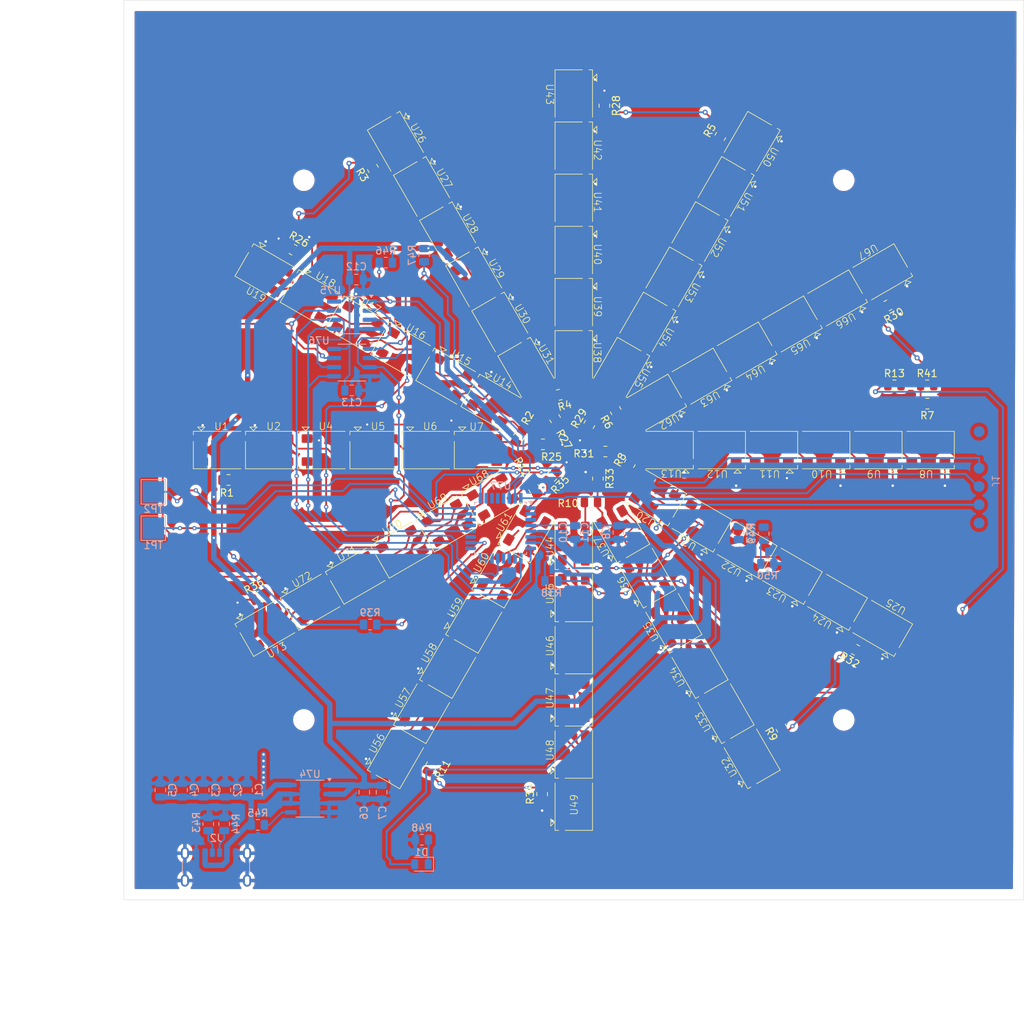
<source format=kicad_pcb>
(kicad_pcb (version 20241229) (generator "pcbnew") (generator_version "9.0")
  (layers (0 "F.Cu" signal) (2 "B.Cu" signal) (13 "F.Paste" user) (15 "B.Paste" user) (5 "F.SilkS" user "F.Silkscreen") (7 "B.SilkS" user "B.Silkscreen") (1 "F.Mask" user) (3 "B.Mask" user) (25 "Edge.Cuts" user))
  (net 0 "")
  (net 1 "Net-(U1-DOUT)")
  (net 2 "Net-(U2-DOUT)")
  (net 3 "Net-(U4-DOUT)")
  (net 4 "Net-(U5-DOUT)")
  (net 5 "Net-(U6-DOUT)")
  (net 6 "Net-(U8-DOUT)")
  (net 7 "Net-(U10-DIN)")
  (net 8 "Net-(U10-DOUT)")
  (net 9 "Net-(U11-DOUT)")
  (net 10 "Net-(U12-DOUT)")
  (net 11 "Net-(U14-DOUT)")
  (net 12 "Net-(U15-DOUT)")
  (net 13 "Net-(U16-DOUT)")
  (net 14 "Net-(U17-DOUT)")
  (net 15 "Net-(U18-DOUT)")
  (net 16 "Net-(U20-DOUT)")
  (net 17 "Net-(U21-DOUT)")
  (net 18 "Net-(U22-DOUT)")
  (net 19 "Net-(U23-DOUT)")
  (net 20 "Net-(U24-DOUT)")
  (net 21 "Net-(U26-DOUT)")
  (net 22 "Net-(U27-DOUT)")
  (net 23 "Net-(U28-DOUT)")
  (net 24 "Net-(U29-DOUT)")
  (net 25 "Net-(U30-DOUT)")
  (net 26 "Net-(U32-DOUT)")
  (net 27 "Net-(U33-DOUT)")
  (net 28 "Net-(U34-DOUT)")
  (net 29 "Net-(U35-DOUT)")
  (net 30 "Net-(U36-DOUT)")
  (net 31 "Net-(U38-DOUT)")
  (net 32 "Net-(U39-DOUT)")
  (net 33 "Net-(U40-DOUT)")
  (net 34 "Net-(U41-DOUT)")
  (net 35 "Net-(U42-DOUT)")
  (net 36 "Net-(U44-DOUT)")
  (net 37 "Net-(U45-DOUT)")
  (net 38 "Net-(U46-DOUT)")
  (net 39 "Net-(U47-DOUT)")
  (net 40 "Net-(U48-DOUT)")
  (net 41 "Net-(U50-DOUT)")
  (net 42 "Net-(U51-DOUT)")
  (net 43 "Net-(U52-DOUT)")
  (net 44 "Net-(U53-DOUT)")
  (net 45 "Net-(U54-DOUT)")
  (net 46 "Net-(U56-DOUT)")
  (net 47 "Net-(U57-DOUT)")
  (net 48 "Net-(U58-DOUT)")
  (net 49 "Net-(U59-DOUT)")
  (net 50 "Net-(U60-DOUT)")
  (net 51 "Net-(U62-DOUT)")
  (net 52 "Net-(U63-DOUT)")
  (net 53 "Net-(U64-DOUT)")
  (net 54 "Net-(U65-DOUT)")
  (net 55 "Net-(U66-DOUT)")
  (net 56 "Net-(U68-DOUT)")
  (net 57 "Net-(U69-DOUT)")
  (net 58 "Net-(U70-DOUT)")
  (net 59 "Net-(U71-DOUT)")
  (net 60 "Net-(U72-DOUT)")
  (net 61 "+5V")
  (net 62 "GND")
  (net 63 "Net-(D1-A)")
  (net 64 "Net-(U77-PA0)")
  (net 65 "Net-(U77-PA8)")
  (net 66 "Net-(J2-CC2)")
  (net 69 "/LED_circles_ucontroller/SWCLK-BOOT0")
  (net 75 "Net-(J2-CC1)")
  (net 77 "+3.3V")
  (net 78 "Net-(J1-~{RESET})")
  (net 80 "Net-(U1-DIN)")
  (net 81 "Net-(U8-DIN)")
  (net 82 "Net-(U14-DIN)")
  (net 83 "Net-(U20-DIN)")
  (net 84 "Net-(U26-DIN)")
  (net 85 "Net-(U32-DIN)")
  (net 86 "Net-(U38-DIN)")
  (net 87 "Net-(U44-DIN)")
  (net 88 "Net-(U50-DIN)")
  (net 89 "Net-(U56-DIN)")
  (net 90 "Net-(U62-DIN)")
  (net 91 "Net-(U68-DIN)")
  (net 92 "Net-(D1-K)")
  (net 94 "/LED_circles_ucontroller/SWDIO")
  (net 97 "/LED_circles_ucontroller/TOP_ROWS")
  (net 98 "/Row1/DOUT_{TOP}")
  (net 99 "/Row2/DOUT_{TOP}")
  (net 100 "/Row3/DOUT_{TOP}")
  (net 101 "/Row4/DOUT_{TOP}")
  (net 102 "/Row5/DOUT_{TOP}")
  (net 103 "/Row1/DOUT_{BOTTOM}")
  (net 104 "/Row2/DOUT_{BOTTOM}")
  (net 105 "/Row3/DOUT_{BOTTOM}")
  (net 106 "/Row4/DOUT_{BOTTOM}")
  (net 107 "/Row5/DOUT_{BOTTOM}")
  (net 108 "/Row6/DOUT_{TOP}")
  (net 109 "/Row6/DOUT_{BOTTOM}")
  (net 110 "/LED_circles_ucontroller/BOTTOM_ROWS")
  (net 111 "Net-(U74-EN)")
  (net 112 "/LED_circles_ucontroller/EEPROM2_CS")
  (net 113 "/LED_circles_ucontroller/EEPROM1_CS")
  (net 114 "/LED_circles_ucontroller/BOOT0")
  (net 115 "/LED_circles_ucontroller/SPI1_SCK")
  (net 116 "/LED_circles_ucontroller/HOLD")
  (net 117 "/LED_circles_ucontroller/SPI1_MOSI")
  (net 118 "/LED_circles_ucontroller/WRITE_PROTECT")
  (net 119 "/LED_circles_ucontroller/SPI1_MISO")
  (net 120 "/Row1/DIN_{BOTTOM}")
  (net 121 "/LED_circles_ucontroller/TX")
  (net 122 "/LED_circles_ucontroller/RX")
  (footprint "Resistor_SMD:R_0805_2012Metric" (layer "F.Cu") (at 149.31875 94.509752 -60)
    (property "Reference" "R6")
    (property "Value" "0")
  )
  (footprint "Resistor_SMD:R_0805_2012Metric" (layer "F.Cu") (at 187.140248 79.89375 -150)
    (property "Reference" "R30")
    (property "Value" "0")
  )
  (footprint "Resistor_SMD:R_0805_2012Metric" (layer "F.Cu") (at 123.69375 143.890248 60)
    (property "Reference" "R11")
    (property "Value" "0")
  )
  (footprint "LED_circles_footprints:IN-PI55TAT" (layer "F.Cu") (at 119.684302 113.749999 30)
    (property "Reference" "U70")
    (property "Value" "~")
  )
  (footprint "Resistor_SMD:R_0805_2012Metric" (layer "F.Cu") (at 95.5375 104.15)
    (property "Reference" "R1")
    (property "Value" "0")
  )
  (footprint "LED_circles_footprints:IN-PI55TAT" (layer "F.Cu") (at 118.875 57.348249 -60)
    (property "Reference" "U26")
    (property "Value" "~")
  )
  (footprint "LED_circles_footprints:IN-PI55TAT" (layer "F.Cu") (at 157.249999 76.184302 -120)
    (property "Reference" "U53")
    (property "Value" "~")
  )
  (footprint "LED_circles_footprints:IN-PI55TAT" (layer "F.Cu") (at 126.125 69.905618 -60)
    (property "Reference" "U28")
    (property "Value" "~")
  )
  (footprint "LED_circles_footprints:IN-PI55TAT" (layer "F.Cu") (at 125.962986 89.875001 -30)
    (property "Reference" "U15")
    (property "Value" "~")
  )
  (footprint "LED_circles_footprints:IN-PI55TAT" (layer "F.Cu") (at 186.151751 75.375 -150)
    (property "Reference" "U67")
    (property "Value" "~")
  )
  (footprint "Resistor_SMD:R_0805_2012Metric" (layer "F.Cu") (at 145.65625 96.434752 60)
    (property "Reference" "R29")
    (property "Value" "0")
  )
  (footprint "MountingHole:MountingHole_2.5mm" (layer "F.Cu") (at 106 62.5)
    (property "Reference" "H1" (hide yes))
    (property "Value" "MountingHole")
  )
  (footprint "LED_circles_footprints:IN-PI55TAT" (layer "F.Cu") (at 192.75 100 180)
    (property "Reference" "U8")
    (property "Value" "~")
  )
  (footprint "LED_circles_footprints:IN-PI55TAT" (layer "F.Cu") (at 186.151751 124.624999 150)
    (property "Reference" "U25")
    (property "Value" "~")
  )
  (footprint "LED_circles_footprints:IN-PI55TAT" (layer "F.Cu") (at 132.24167 106.499999 30)
    (property "Reference" "U68")
    (property "Value" "~")
  )
  (footprint "Resistor_SMD:R_0805_2012Metric" (layer "F.Cu") (at 140.445235 103.654766 -135)
    (property "Reference" "R35")
    (property "Value" "0")
  )
  (footprint "Resistor_SMD:R_0805_2012Metric" (layer "F.Cu") (at 115.59375 60.859752 -60)
    (property "Reference" "R3")
    (property "Value" "0")
  )
  (footprint "Resistor_SMD:R_0805_2012Metric" (layer "F.Cu") (at 99.890248 120.34375 30)
    (property "Reference" "R36")
    (property "Value" "0")
  )
  (footprint "LED_circles_footprints:IN-PI55TAT" (layer "F.Cu") (at 116 100)
    (property "Reference" "U5")
    (property "Value" "~")
  )
  (footprint "LED_circles_footprints:IN-PI55TAT" (layer "F.Cu") (at 161.037014 89.875 -150)
    (property "Reference" "U63")
    (property "Value" "~")
  )
  (footprint "LED_circles_footprints:IN-PI55TAT" (layer "F.Cu") (at 143.5 149.25 90)
    (property "Reference" "U49")
    (property "Value" "~")
  )
  (footprint "Resistor_SMD:R_0805_2012Metric" (layer "F.Cu") (at 147.75 52.1375 -90)
    (property "Reference" "R28")
    (property "Value" "0")
  )
  (footprint "LED_circles_footprints:IN-PI55TAT" (layer "F.Cu") (at 126.125001 130.094382 60)
    (property "Reference" "U58")
    (property "Value" "~")
  )
  (footprint "LED_circles_footprints:IN-PI55TAT" (layer "F.Cu") (at 137 88.74167 -60)
    (property "Reference" "U31")
    (property "Value" "~")
  )
  (footprint "LED_circles_footprints:IN-PI55TAT" (layer "F.Cu") (at 154.75833 106.499999 150)
    (property "Reference" "U20")
    (property "Value" "~")
  )
  (footprint "Resistor_SMD:R_0805_2012Metric" (layer "F.Cu") (at 172.35625 138.640248 120)
    (property "Reference" "R9")
    (property "Value" "0")
  )
  (footprint "LED_circles_footprints:IN-PI55TAT" (layer "F.Cu") (at 156.5 100 180)
    (property "Reference" "U13")
    (property "Value" "~")
  )
  (footprint "LED_circles_footprints:IN-PI55TAT" (layer "F.Cu") (at 113.405618 82.625001 -30)
    (property "Reference" "U17")
    (property "Value" "~")
  )
  (footprint "Resistor_SMD:R_0805_2012Metric" (layer "F.Cu") (at 104.509752 72.14375 -30)
    (property "Reference" "R26")
    (property "Value" "0")
  )
  (footprint "LED_circles_footprints:IN-PI55TAT" (layer "F.Cu") (at 143.5 87 -90)
    (property "Reference" "U38")
    (property "Value" "~")
  )
  (footprint "LED_circles_footprints:IN-PI55TAT" (layer "F.Cu") (at 143.5 50.75 -90)
    (property "Reference" "U43")
    (property "Value" "~")
  )
  (footprint "LED_circles_footprints:IN-PI55TAT" (layer "F.Cu") (at 168.125 142.651751 120)
    (property "Reference" "U32")
    (property "Value" "~")
  )
  (footprint "LED_circles_footprints:IN-PI55TAT" (layer "F.Cu") (at 173.594382 117.374999 150)
    (property "Reference" "U23")
    (property "Value" "~")
  )
  (footprint "LED_circles_footprints:IN-PI55TAT" (layer "F.Cu") (at 161.037014 110.124999 150)
    (property "Reference" "U21")
    (property "Value" "~")
  )
  (footprint "LED_circles_footprints:IN-PI55TAT" (layer "F.Cu") (at 143.5 113 90)
    (property "Reference" "U44")
    (property "Value" "~")
  )
  (footprint "LED_circles_footprints:IN-PI55TAT" (layer "F.Cu") (at 157.25 123.815698 120)
    (property "Reference" "U35")
    (property "Value" "~")
  )
  (footprint "LED_circles_footprints:IN-PI55TAT" (layer "F.Cu") (at 153.625 117.537014 120)
    (property "Reference" "U36")
    (property "Value" "~")
  )
  (footprint "LED_circles_footprints:IN-PI55TAT" (layer "F.Cu") (at 118.875001 142.651751 60)
    (property "Reference" "U56")
    (property "Value" "~")
  )
  (footprint "LED_circles_footprints:IN-PI55TAT" (layer "F.Cu") (at 122.5 63.626934 -60)
    (property "Reference" "U27")
    (property "Value" "~")
  )
  (footprint "LED_circles_footprints:IN-PI55TAT" (layer "F.Cu") (at 143.5 72.5 -90)
    (property "Reference" "U40")
    (property "Value" "~")
  )
  (footprint "LED_circles_footprints:IN-PI55TAT" (layer "F.Cu") (at 178.25 100 180)
    (property "Reference" "U10")
    (property "Value" "~")
  )
  (footprint "Resistor_SMD:R_0805_2012Metric" (layer "F.Cu") (at 141.481407 92.313828 15)
    (property "Reference" "R4")
    (property "Value" "0")
  )
  (footprint "LED_circles_footprints:IN-PI55TAT" (layer "F.Cu") (at 168.124999 57.348249 -120)
    (property "Reference" "U50")
    (property "Value" "~")
  )
  (footprint "LED_circles_footprints:IN-PI55TAT" (layer "F.Cu") (at 149.999999 88.74167 -120)
    (property "Reference" "U55")
    (property "Value" "~")
  )
  (footprint "LED_circles_footprints:IN-PI55TAT" (layer "F.Cu") (at 130.5 100)
    (property "Reference" "U7")
    (property "Value" "~")
  )
  (footprint "LED_circles_footprints:IN-PI55TAT" (layer "F.Cu") (at 160.874999 69.905618 -120)
    (property "Reference" "U52")
    (property "Value" "~")
  )
  (footprint "Resistor_SMD:R_0805_2012Metric" (layer "F.Cu") (at 145.8875 107.25 180)
    (property "Reference" "R10")
    (property "Value" "0")
  )
  (footprint "Resistor_SMD:R_0805_2012Metric" (layer "F.Cu") (at 192.6125 93.55)
    (property "Reference" "R7")
    (property "Value" "0")
  )
  (footprint "LED_circles_footprints:IN-PI55TAT" (layer "F.Cu") (at 100.848249 75.375001 -30)
    (property "Reference" "U19")
    (property "Value" "~")
  )
  (footprint "LED_circles_footprints:IN-PI55TAT" (layer "F.Cu") (at 132.24167 93.500001 -30)
    (property "Reference" "U14")
    (property "Value" "~")
  )
  (footprint "LED_circles_footprints:IN-PI55TAT" (layer "F.Cu") (at 150 111.25833 120)
    (property "Reference" "U37")
    (property "Value" "~")
  )
  (footprint "LED_circles_footprints:IN-PI55TAT" (layer "F.Cu") (at 163.75 100 180)
    (property "Reference" "U12")
    (property "Value" "~")
  )
  (footprint "Resistor_SMD:R_0805_2012Metric" (layer "F.Cu") (at 147.8875 100.2)
    (property "Reference" "R31")
    (property "Value" "0")
  )
  (footprint "LED_circles_footprints:IN-PI55TAT" (layer "F.Cu") (at 143.5 134.75 90)
    (property "Reference" "U47")
    (property "Value" "~")
  )
  (footprint "LED_circles_footprints:IN-PI55TAT" (layer "F.Cu") (at 100.848249 124.624999 30)
    (property "Reference" "U73")
    (property "Value" "~")
  )
  (footprint "LED_circles_footprints:IN-PI55TAT" (layer "F.Cu") (at 164.5 136.373066 120)
    (property "Reference" "U33")
    (property "Value" "~")
  )
  (footprint "Resistor_SMD:R_0805_2012Metric" (layer "F.Cu") (at 140.90625 95.640248 120)
    (property "Reference" "R27")
    (property "Value" "0")
  )
  (footprint "LED_circles_footprints:IN-PI55TAT" (layer "F.Cu") (at 160.875 130.094382 120)
    (property "Reference" "U34")
    (property "Value" "~")
  )
  (footprint "LED_circles_footprints:IN-PI55TAT" (layer "F.Cu") (at 133.375001 117.537014 60)
    (property "Reference" "U60")
    (property "Value" "~")
  )
  (footprint "LED_circles_footprints:IN-PI55TAT" (layer "F.Cu") (at 108.75 100)
    (property "Reference" "U4")
    (property "Value" "~")
  )
  (footprint "LED_circles_footprints:IN-PI55TAT" (layer "F.Cu") (at 153.624999 82.462986 -120)
    (property "Reference" "U54")
    (property "Value" "~")
  )
  (footprint "LED_circles_footprints:IN-PI55TAT" (layer "F.Cu") (at 164.499999 63.626934 -120)
    (property "Reference" "U51")
    (property "Value" "~")
  )
  (footprint "Resistor_SMD:R_0805_2012Metric" (layer "F.Cu") (at 192.5875 91)
    (property "Reference" "R41")
    (property "Value" "0")
  )
  (footprint "LED_circles_footprints:IN-PI55TAT" (layer "F.Cu") (at 122.500001 136.373066 60)
    (property "Reference" "U57")
    (property "Value" "~")
  )
  (footprint "LED_circles_footprints:IN-PI55TAT" (layer "F.Cu") (at 123.25 100)
    (property "Reference" "U6")
    (property "Value" "~")
  )
  (footprint "LED_circles_footprints:IN-PI55TAT" (layer "F.Cu") (at 173.594382 82.625 -150)
    (property "Reference" "U65")
    (property "Value" "~")
  )
  (footprint "LED_circles_footprints:IN-PI55TAT" (layer "F.Cu") (at 171 100 180)
    (property "Reference" "U11")
    (property "Value" "~")
  )
  (footprint "LED_circles_footprints:IN-PI55TAT" (layer "F.Cu") (at 179.873066 79 -150)
    (property "Reference" "U66")
    (property "Value" "~")
  )
  (footprint "MountingHole:MountingHole_2.5mm" (layer "F.Cu") (at 106 137.5)
    (property "Reference" "H2" (hide yes))
    (property "Value" "MountingHole")
  )
  (footprint "LED_circles_footprints:IN-PI55TAT" (layer "F.Cu") (at 113.405618 117.374999 30)
    (property "Reference" "U71")
    (property "Value" "~")
  )
  (footprint "LED_circles_footprints:IN-PI55TAT" (layer "F.Cu") (at 143.5 120.25 90)
    (property "Reference" "U45")
    (property "Value" "~")
  )
  (footprint "Resistor_SMD:R_0805_2012Metric" (layer "F.Cu") (at 151.28125 101.859752 -120)
    (property "Reference" "R8")
    (property "Value" "0")
  )
  (footprint "LED_circles_footprints:IN-PI55TAT" (layer "F.Cu") (at 143.5 79.75 -90)
    (property "Reference" "U39")
    (property "Value" "~")
  )
  (footprint "MountingHole:MountingHole_2.5mm" (layer "F.Cu") (at 181 137.5)
    (property "Reference" "H3" (hide yes))
    (property "Value" "MountingHole")
  )
  (footprint "LED_circles_footprints:IN-PI55TAT" (layer "F.Cu") (at 137.000001 111.25833 60)
    (property "Reference" "U61")
    (property "Value" "~")
  )
  (footprint "LED_circles_footprints:IN-PI55TAT" (layer "F.Cu") (at 167.315698 86.25 -150)
    (property "Reference" "U64")
    (property "Value" "~")
  )
  (footprint "Resistor_SMD:R_0805_2012Metric" (layer "F.Cu") (at 146.85 103.9625 -90)
    (property "Reference" "R33")
    (property "Value" "0")
  )
  (footprint "Resistor_SMD:R_0805_2012Metric" (layer "F.Cu") (at 135.89375 98.090248 60)
    (property "Reference" "R2")
    (property "Value" "0")
  )
  (footprint "Resistor_SMD:R_0805_2012Metric" (layer "F.Cu") (at 139.1 147.8125 90)
    (property "Reference" "R34")
    (property "Value" "0")
  )
  (footprint "LED_circles_footprints:IN-PI55TAT" (layer "F.Cu") (at 143.5 142 90)
    (property "Reference" "U48")
    (property "Value" "~")
  )
  (footprint "LED_circles_footprints:IN-PI55TAT" (layer "F.Cu") (at 101.5 100)
    (property "Reference" "U2")
    (property "Value" "~")
  )
  (footprint "LED_circles_footprints:IN-PI55TAT" (layer "F.Cu") (at 119.684302 86.250001 -30)
    (property "Reference" "U16")
    (property "Value" "~")
  )
  (footprint "Resistor_SMD:R_0805_2012Metric" (layer "F.Cu") (at 139.2125 99.2 180)
    (property "Reference" "R25")
    (property "Value" "0")
  )
  (footprint "Resistor_SMD:R_0805_2012Metric" (layer "F.Cu") (at 163.85625 56.409752 -120)
    (property "Reference" "R5")
    (property "Value" "0")
  )
  (footprint "LED_circles_footprints:IN-PI55TAT" (layer "F.Cu") (at 167.315698 113.749999 150)
    (property "Reference" "U22")
    (property "Value" "~")
  )
  (footprint "MountingHole:MountingHole_2.5mm" (layer "F.Cu") (at 181 62.5)
    (property "Reference" "H4" (hide yes))
    (property "Value" "MountingHole")
  )
  (footprint "LED_circles_footprints:IN-PI55TAT" (layer "F.Cu") (at 143.5 65.25 -90)
    (property "Reference" "U41")
    (property "Value" "~")
  )
  (footprint "LED_circles_footprints:IN-PI55TAT" (layer "F.Cu") (at 107.126934 79.000001 -30)
    (property "Reference" "U18")
    (property "Value" "~")
  )
  (footprint "LED_circles_footprints:IN-PI55TAT" (layer "F.Cu") (at 179.873066 120.999999 150)
    (property "Reference" "U24")
    (property "Value" "~")
  )
  (footprint "LED_circles_footprints:IN-PI55TAT" (layer "F.Cu") (at 143.5 127.5 90)
    (property "Reference" "U46")
    (property "Value" "~")
  )
  (footprint "LED_circles_footprints:IN-PI55TAT" (layer "F.Cu") (at 143.5 58 -90)
    (property "Reference" "U42")
    (property "Value" "~")
  )
  (footprint "LED_circles_footprints:IN-PI55TAT" (layer "F.Cu") (at 129.750001 123.815698 60)
    (property "Reference" "U59")
    (property "Value" "~")
  )
  (footprint "LED_circles_footprints:IN-PI55TAT" (layer "F.Cu") (at 185.5 100 180)
    (property "Reference" "U9")
    (property "Value" "~")
  )
  (footprint "LED_circles_footprints:IN-PI55TAT" (layer "F.Cu") (at 154.75833 93.5 -150)
    (property "Reference" "U62")
    (property "Value" "~")
  )
  (footprint "Resistor_SMD:R_0805_2012Metric" (layer "F.Cu") (at 137.99375 105.359752 120)
    (property "Reference" "R12")
    (property "Value" "0")
  )
  (footprint "Resistor_SMD:R_0805_2012Metric" (layer "F.Cu") (at 188.0375 91)
    (property "Reference" "R13")
    (property "Value" "0")
  )
  (footprint "LED_circles_footprints:IN-PI55TAT" (layer "F.Cu") (at 125.962986 110.124999 30)
    (property "Reference" "U69")
    (property "Value" "~")
  )
  (footprint "LED_circles_footprints:IN-PI55TAT" (layer "F.Cu") (at 94.25 100)
    (property "Reference" "U1")
    (property "Value" "~")
  )
  (footprint "LED_circles_footprints:IN-PI55TAT" (layer "F.Cu") (at 133.375 82.462986 -60)
    (property "Reference" "U30")
    (property "Value" "~")
  )
  (footprint "LED_circles_footprints:IN-PI55TAT" (layer "F.Cu") (at 129.75 76.184302 -60)
    (property "Reference" "U29")
    (property "Value" "~")
  )
  (footprint "Resistor_SMD:R_0805_2012Metric" (layer "F.Cu") (at 182.640248 127.75625 150)
    (property "Reference" "R32")
    (property "Value" "0")
  )
  (footprint "LED_circles_footprints:IN-PI55TAT" (layer "F.Cu") (at 107.126934 120.999999 30)
    (property "Reference" "U72")
    (property "Value" "~")
  )
  (footprint "Capacitor_SMD:C_0805_2012Metric" (layer "B.Cu") (at 86.07 147.25 90)
    (property "Reference" "C5")
    (property "Value" "10uF")
  )
  (footprint "Capacitor_SMD:C_0805_2012Metric" (layer "B.Cu") (at 143.7 111.45 -90)
    (property "Reference" "C10")
    (property "Value" "1uF")
  )
  (footprint "Resistor_SMD:R_0805_2012Metric" (layer "B.Cu") (at 169.875 111.6175 -90)
    (property "Reference" "R49")
    (property "Value" "10k")
  )
  (footprint "Resistor_SMD:R_0805_2012Metric" (layer "B.Cu") (at 166.4 111.5 90)
    (property "Reference" "R37")
    (property "Value" "10k")
  )
  (footprint "Capacitor_SMD:C_0805_2012Metric" (layer "B.Cu") (at 146.7 111.45 -90)
    (property "Reference" "C11")
    (property "Value" "10uF")
  )
  (footprint "Capacitor_SMD:C_0805_2012Metric" (layer "B.Cu") (at 92.09 147.25 90)
    (property "Reference" "C3")
    (property "Value" "10uF")
  )
  (footprint "Resistor_SMD:R_0805_2012Metric" (layer "B.Cu") (at 117.3875 73.95 180)
    (property "Reference" "R46")
    (property "Value" "10k")
  )
  (footprint "Package_SO:HTSOP-8-1EP_3.9x4.9mm_P1.27mm_EP2.4x3.2mm" (layer "B.Cu") (at 106.85 148.44 180)
    (property "Reference" "U74")
    (property "Value" "BD33GA3WEFJ")
  )
  (footprint "Resistor_SMD:R_0805_2012Metric" (layer "B.Cu") (at 122.3875 154.15 180)
    (property "Reference" "R48")
    (property "Value" "510")
  )
  (footprint "Capacitor_SMD:C_0805_2012Metric" (layer "B.Cu") (at 116.8 147.55 -90)
    (property "Reference" "C7")
    (property "Value" "10uF")
  )
  (footprint "Capacitor_SMD:C_0805_2012Metric" (layer "B.Cu") (at 114.4 147.55 -90)
    (property "Reference" "C6")
    (property "Value" "10uF")
  )
  (footprint "Package_QFP:LQFP-32_7x7mm_P0.8mm" (layer "B.Cu") (at 133.337104 110.86295 180)
    (property "Reference" "U77")
    (property "Value" "STM32G071KBTxN")
  )
  (footprint "LED_SMD:LED_0805_2012Metric" (layer "B.Cu") (at 122.3375 157.55 180)
    (property "Reference" "D1")
    (property "Value" "LED")
  )
  (footprint "TestPoint:TestPoint_Pad_3.0x3.0mm" (layer "B.Cu") (at 85.1 105.8)
    (property "Reference" "TP2")
    (property "Value" "TestPoint")
  )
  (footprint "Resistor_SMD:R_0805_2012Metric" (layer "B.Cu") (at 92.730401 151.9675 90)
    (property "Reference" "R43")
    (property "Value" "5k1")
  )
  (footprint "Package_SO:SOIC-8_3.9x4.9mm_P1.27mm" (layer "B.Cu") (at 112.675 87.84 180)
    (property "Reference" "U76")
    (property "Value" "M95256-WMN6P")
  )
  (footprint "Resistor_SMD:R_0805_2012Metric" (layer "B.Cu") (at 140.4 118.2)
    (property "Reference" "R38")
    (property "Value" "500")
  )
  (footprint "LED_circles_footprints:ARM_SWD_EDGE" (layer "B.Cu") (at 199.8 103.78 90)
    (property "Reference" "J1")
    (property "Value" "Conn_ARM_SWD_EDGE")
  )
  (footprint "Resistor_SMD:R_0805_2012Metric" (layer "B.Cu") (at 99.605 152.095 180)
    (property "Reference" "R45")
    (property "Value" "0")
  )
  (footprint "TestPoint:TestPoint_Pad_3.0x3.0mm" (layer "B.Cu") (at 85.1 110.85)
    (property "Reference" "TP1")
    (property "Value" "TestPoint")
  )
  (footprint "Capacitor_SMD:C_0805_2012Metric" (layer "B.Cu") (at 112.65 91.7)
    (property "Reference" "C13")
    (property "Value" ".1uF")
  )
  (footprint "Resistor_SMD:R_0805_2012Metric" (layer "B.Cu") (at 115.2125 124.25 180)
    (property "Reference" "R39")
    (property "Value" "500")
  )
  (footprint "Capacitor_SMD:C_0805_2012Metric" (layer "B.Cu") (at 98.11 147.25 90)
    (property "Reference" "C1")
    (property "Value" "10uF")
  )
  (footprint "Package_SO:SOIC-8_3.9x4.9mm_P1.27mm" (layer "B.Cu") (at 112.675 81.26 180)
    (property "Reference" "U75")
    (property "Value" "M95256-WMN6P")
  )
  (footprint "Resistor_SMD:R_0805_2012Metric" (layer "B.Cu") (at 170.3875 115.8)
    (property "Reference" "R50")
    (property "Value" "10k")
  )
  (footprint "Capacitor_SMD:C_0805_2012Metric" (layer "B.Cu") (at 113.3 76.3)
    (property "Reference" "C12")
    (property "Value" ".1uF")
  )
  (footprint "Connector_USB:USB_C_Receptacle_GCT_USB4125-xx-x-0190_6P_TopMnt_Horizontal" (layer "B.Cu") (at 93.8 159.025 180)
    (property "Reference" "J2")
    (property "Value" "USB4125-GF-A")
  )
  (footprint "Capacitor_SMD:C_0805_2012Metric" (layer "B.Cu") (at 89.08 147.25 90)
    (property "Reference" "C4")
    (property "Value" "10uF")
  )
  (footprint "Resistor_SMD:R_0805_2012Metric" (layer "B.Cu") (at 122.7 72.9 -90)
    (property "Reference" "R47")
    (property "Value" "10k")
  )
  (footprint "Resistor_SMD:R_0805_2012Metric" (layer "B.Cu") (at 94.930401 151.9675 90)
    (property "Reference" "R44")
    (property "Value" "5k1")
  )
  (footprint "Capacitor_SMD:C_0805_2012Metric" (layer "B.Cu") (at 149.7 111.45 -90)
    (property "Reference" "C8")
    (property "Value" ".1uF")
  )
  (footprint "Capacitor_SMD:C_0805_2012Metric" (layer "B.Cu") (at 95.1 147.25 90)
    (property "Reference" "C2")
    (property "Value" "10uF")
  )
  (gr_rect (start 81 37.5) (end 206 162.5) (stroke (width 0.05)) (fill no) (layer "Edge.Cuts"))
  (segment (start 96.55 98.4) (end 97.95 99.8) (width 0.25) (layer "F.Cu") (net 1))
  (segment (start 102 99.8) (end 103.8 101.6) (width 0.25) (layer "F.Cu") (net 1))
  (segment (start 97.95 99.8) (end 102 99.8) (width 0.25) (layer "F.Cu") (net 1))
  (segment (start 109.25 99.8) (end 111.05 101.6) (width 0.25) (layer "F.Cu") (net 2))
  (segment (start 103.8 98.4) (end 105.2 99.8) (width 0.25) (layer "F.Cu") (net 2))
  (segment (start 105.2 99.8) (end 109.25 99.8) (width 0.25) (layer "F.Cu") (net 2))
  (segment (start 111.05 98.4) (end 112.45 99.8) (width 0.25) (layer "F.Cu") (net 3))
  (segment (start 116.5 99.8) (end 118.3 101.6) (width 0.25) (layer "F.Cu") (net 3))
  (segment (start 112.45 99.8) (end 116.5 99.8) (width 0.25) (layer "F.Cu") (net 3))
  (segment (start 123.8 99.8) (end 125.6 101.6) (width 0.25) (layer "F.Cu") (net 4))
  (segment (start 118.35 98.4) (end 119.75 99.8) (width 0.25) (layer "F.Cu") (net 4))
  (segment (start 119.75 99.8) (end 123.8 99.8) (width 0.25) (layer "F.Cu") (net 4))
  (segment (start 132.8 101.6) (end 130.1 101.6) (width 0.25) (layer "F.Cu") (net 5))
  (segment (start 126.95 99.8) (end 125.55 98.4) (width 0.25) (layer "F.Cu") (net 5))
  (segment (start 130.1 101.6) (end 129.3 100.8) (width 0.25) (layer "F.Cu") (net 5))
  (segment (start 129.3 99.8) (end 126.95 99.8) (width 0.25) (layer "F.Cu") (net 5))
  (segment (start 129.3 100.8) (end 129.3 99.8) (width 0.25) (layer "F.Cu") (net 5))
  (segment (start 184.65 99.85) (end 188.7 99.85) (width 0.25) (layer "F.Cu") (net 6))
  (segment (start 188.7 99.85) (end 190.5 101.65) (width 0.25) (layer "F.Cu") (net 6))
  (segment (start 183.25 98.45) (end 184.65 99.85) (width 0.25) (layer "F.Cu") (net 6))
  (segment (start 181.35 99.8) (end 183.15 101.6) (width 0.25) (layer "F.Cu") (net 7))
  (segment (start 175.9 98.4) (end 177.3 99.8) (width 0.25) (layer "F.Cu") (net 7))
  (segment (start 177.3 99.8) (end 181.35 99.8) (width 0.25) (layer "F.Cu") (net 7))
  (segment (start 170.1 99.8) (end 174.15 99.8) (width 0.25) (layer "F.Cu") (net 8))
  (segment (start 174.15 99.8) (end 175.95 101.6) (width 0.25) (layer "F.Cu") (net 8))
  (segment (start 168.7 98.4) (end 170.1 99.8) (width 0.25) (layer "F.Cu") (net 8))
  (segment (start 166.9 99.8) (end 168.7 101.6) (width 0.25) (layer "F.Cu") (net 9))
  (segment (start 161.45 98.4) (end 162.85 99.8) (width 0.25) (layer "F.Cu") (net 9))
  (segment (start 162.85 99.8) (end 166.9 99.8) (width 0.25) (layer "F.Cu") (net 9))
  (segment (start 154.2 98.4) (end 155.6 99.8) (width 0.25) (layer "F.Cu") (net 10))
  (segment (start 155.6 99.8) (end 159.65 99.8) (width 0.25) (layer "F.Cu") (net 10))
  (segment (start 159.65 99.8) (end 161.45 101.6) (width 0.25) (layer "F.Cu") (net 10))
  (segment (start 129.223434 91.925816) (end 130.897336 92.952664) (width 0.25) (layer "F.Cu") (net 11))
  (segment (start 135.033528 93.26436) (end 133.719168 91.95) (width 0.25) (layer "F.Cu") (net 11))
  (segment (start 133.719168 91.95) (end 131.9 91.95) (width 0.25) (layer "F.Cu") (net 11))
  (segment (start 127.1 92.4) (end 129.223434 91.925816) (width 0.25) (layer "F.Cu") (net 11))
  (segment (start 131.9 91.95) (end 130.897336 92.952664) (width 0.25) (layer "F.Cu") (net 11))
  (segment (start 120.85 88.8) (end 122.973434 88.325816) (width 0.25) (layer "F.Cu") (net 12))
  (segment (start 128.728685 89.653717) (end 125.142705 89.656545) (width 0.25) (layer "F.Cu") (net 12))
  (segment (start 122.973434 88.325816) (end 125.142705 89.656545) (width 0.25) (layer "F.Cu") (net 12))
  (segment (start 122.428685 86.003717) (end 118.842705 86.006545) (width 0.25) (layer "F.Cu") (net 13))
  (segment (start 114.55 85.15) (end 116.673434 84.675816) (width 0.25) (layer "F.Cu") (net 13))
  (segment (start 116.673434 84.675816) (end 118.842705 86.006545) (width 0.25) (layer "F.Cu") (net 13))
  (segment (start 110.423434 81.125816) (end 112.592705 82.456545) (width 0.25) (layer "F.Cu") (net 14))
  (segment (start 116.178685 82.453717) (end 112.592705 82.456545) (width 0.25) (layer "F.Cu") (net 14))
  (segment (start 108.3 81.6) (end 110.423434 81.125816) (width 0.25) (layer "F.Cu") (net 14))
  (segment (start 104.163541 77.436459) (end 106.332812 78.767188) (width 0.25) (layer "F.Cu") (net 15))
  (segment (start 102.040107 77.910643) (end 104.163541 77.436459) (width 0.25) (layer "F.Cu") (net 15))
  (segment (start 109.918792 78.76436) (end 106.332812 78.767188) (width 0.25) (layer "F.Cu") (net 15))
  (segment (start 159.878685 107.603717) (end 156.292705 107.606545) (width 0.25) (layer "F.Cu") (net 16))
  (segment (start 152 106.75) (end 154.123434 106.275816) (width 0.25) (layer "F.Cu") (net 16))
  (segment (start 154.123434 106.275816) (end 156.292705 107.606545) (width 0.25) (layer "F.Cu") (net 16))
  (segment (start 160.373434 109.875816) (end 162.542705 111.206545) (width 0.25) (layer "F.Cu") (net 17))
  (segment (start 166.128685 111.203717) (end 162.542705 111.206545) (width 0.25) (layer "F.Cu") (net 17))
  (segment (start 158.25 110.35) (end 160.373434 109.875816) (width 0.25) (layer "F.Cu") (net 17))
  (segment (start 172.328685 114.853717) (end 168.742705 114.856545) (width 0.25) (layer "F.Cu") (net 18))
  (segment (start 164.45 114) (end 166.573434 113.525816) (width 0.25) (layer "F.Cu") (net 18))
  (segment (start 166.573434 113.525816) (end 168.742705 114.856545) (width 0.25) (layer "F.Cu") (net 18))
  (segment (start 178.678685 118.503717) (end 175.092705 118.506545) (width 0.25) (layer "F.Cu") (net 19))
  (segment (start 172.923434 117.175816) (end 175.092705 118.506545) (width 0.25) (layer "F.Cu") (net 19))
  (segment (start 170.8 117.65) (end 172.923434 117.175816) (width 0.25) (layer "F.Cu") (net 19))
  (segment (start 184.978685 122.053717) (end 181.392705 122.056545) (width 0.25) (layer "F.Cu") (net 20))
  (segment (start 179.223434 120.725816) (end 181.392705 122.056545) (width 0.25) (layer "F.Cu") (net 20))
  (segment (start 177.1 121.2) (end 179.223434 120.725816) (width 0.25) (layer "F.Cu") (net 20))
  (segment (start 121.4 58.55) (end 121.034903 61.499611) (width 0.25) (layer "F.Cu") (net 21))
  (segment (start 122.253717 66.428684) (end 122.353715 63.780799) (width 0.25) (layer "F.Cu") (net 21))
  (segment (start 122.353715 63.780799) (end 121.034903 61.499611) (width 0.25) (layer "F.Cu") (net 21))
  (segment (start 126.003715 70.080799) (end 124.684903 67.799611) (width 0.25) (layer "F.Cu") (net 22))
  (segment (start 125.903717 72.728684) (end 126.003715 70.080799) (width 0.25) (layer "F.Cu") (net 22))
  (segment (start 125.05 64.85) (end 124.684903 67.799611) (width 0.25) (layer "F.Cu") (net 22))
  (segment (start 128.7 71.1) (end 128.334903 74.049611) (width 0.25) (layer "F.Cu") (net 23))
  (segment (start 129.553717 78.978684) (end 129.653715 76.330799) (width 0.25) (layer "F.Cu") (net 23))
  (segment (start 129.653715 76.330799) (end 128.334903 74.049611) (width 0.25) (layer "F.Cu") (net 23))
  (segment (start 133.203715 82.580799) (end 131.884903 80.299611) (width 0.25) (layer "F.Cu") (net 24))
  (segment (start 133.103717 85.228684) (end 133.203715 82.580799) (width 0.25) (layer "F.Cu") (net 24))
  (segment (start 132.25 77.35) (end 131.884903 80.299611) (width 0.25) (layer "F.Cu") (net 24))
  (segment (start 135.910642 83.654844) (end 135.545545 86.604455) (width 0.25) (layer "F.Cu") (net 25))
  (segment (start 136.764359 91.533528) (end 136.864357 88.885643) (width 0.25) (layer "F.Cu") (net 25))
  (segment (start 136.864357 88.885643) (end 135.545545 86.604455) (width 0.25) (layer "F.Cu") (net 25))
  (segment (start 165.653715 138.830799) (end 164.334903 136.549611) (width 0.25) (layer "F.Cu") (net 26))
  (segment (start 165.553717 141.478684) (end 165.653715 138.830799) (width 0.25) (layer "F.Cu") (net 26))
  (segment (start 164.7 133.6) (end 164.334903 136.549611) (width 0.25) (layer "F.Cu") (net 26))
  (segment (start 161.953717 135.178684) (end 162.053715 132.530799) (width 0.25) (layer "F.Cu") (net 27))
  (segment (start 161.1 127.3) (end 160.734903 130.249611) (width 0.25) (layer "F.Cu") (net 27))
  (segment (start 162.053715 132.530799) (end 160.734903 130.249611) (width 0.25) (layer "F.Cu") (net 27))
  (segment (start 158.353717 128.878684) (end 158.453715 126.230799) (width 0.25) (layer "F.Cu") (net 28))
  (segment (start 158.453715 126.230799) (end 157.134903 123.949611) (width 0.25) (layer "F.Cu") (net 28))
  (segment (start 157.5 121) (end 157.134903 123.949611) (width 0.25) (layer "F.Cu") (net 28))
  (segment (start 154.853715 119.980799) (end 153.534903 117.699611) (width 0.25) (layer "F.Cu") (net 29))
  (segment (start 153.9 114.75) (end 153.534903 117.699611) (width 0.25) (layer "F.Cu") (net 29))
  (segment (start 154.753717 122.628684) (end 154.853715 119.980799) (width 0.25) (layer "F.Cu") (net 29))
  (segment (start 151.203715 113.705799) (end 150.357656 112.242344) (width 0.25) (layer "F.Cu") (net 30))
  (segment (start 150.235641 108.466472) (end 150.566472 108.466472) (width 0.2) (layer "F.Cu") (net 30))
  (segment (start 151.103717 116.353684) (end 151.203715 113.705799) (width 0.25) (layer "F.Cu") (net 30))
  (segment (start 150.566472 108.466472) (end 152.3 110.2) (width 0.2) (layer "F.Cu") (net 30))
  (segment (start 150.357656 112.142344) (end 150.357656 112.242344) (width 0.2) (layer "F.Cu") (net 30))
  (segment (start 150.357656 112.242344) (end 150.321022 112.178978) (width 0.25) (layer "F.Cu") (net 30))
  (segment (start 152.3 110.2) (end 150.357656 112.142344) (width 0.2) (layer "F.Cu") (net 30))
  (segment (start 143.6 87.8) (end 143.6 83.75) (width 0.25) (layer "F.Cu") (net 31))
  (segment (start 145.1 89.3) (end 143.6 87.8) (width 0.25) (layer "F.Cu") (net 31))
  (segment (start 143.6 83.75) (end 141.9 82.05) (width 0.25) (layer "F.Cu") (net 31))
  (segment (start 143.6 76.45) (end 141.9 74.75) (width 0.25) (layer "F.Cu") (net 32))
  (segment (start 145.1 82) (end 143.6 80.5) (width 0.25) (layer "F.Cu") (net 32))
  (segment (start 143.6 80.5) (end 143.6 76.45) (width 0.25) (layer "F.Cu") (net 32))
  (segment (start 143.55 73.25) (end 143.55 69.2) (width 0.25) (layer "F.Cu") (net 33))
  (segment (start 145.05 74.75) (end 143.55 73.25) (width 0.25) (layer "F.Cu") (net 33))
  (segment (start 143.55 69.2) (end 141.85 67.5) (width 0.25) (layer "F.Cu") (net 33))
  (segment (start 143.55 66) (end 143.55 61.95) (width 0.25) (layer "F.Cu") (net 34))
  (segment (start 145.05 67.5) (end 143.55 66) (width 0.25) (layer "F.Cu") (net 34))
  (segment (start 143.55 61.95) (end 141.85 60.25) (width 0.25) (layer "F.Cu") (net 34))
  (segment (start 143.6 58.8) (end 143.6 54.75) (width 0.25) (layer "F.Cu") (net 35))
  (segment (start 145.1 60.3) (end 143.6 58.8) (width 0.25) (layer "F.Cu") (net 35))
  (segment (start 143.6 54.75) (end 141.9 53.05) (width 0.25) (layer "F.Cu") (net 35))
  (segment (start 143.6 116.45) (end 145.1 117.95) (width 0.25) (layer "F.Cu") (net 36))
  (segment (start 143.6 114) (end 143.6 116.45) (width 0.25) (layer "F.Cu") (net 36))
  (segment (start 141.9 112.3) (end 143.6 114) (width 0.25) (layer "F.Cu") (net 36))
  (segment (start 141.9 110.7) (end 141.9 112.3) (width 0.25) (layer "F.Cu") (net 36))
  (segment (start 143.55 123.65) (end 143.55 119.6) (width 0.25) (layer "F.Cu") (net 37))
  (segment (start 143.55 119.6) (end 141.85 117.9) (width 0.25) (layer "F.Cu") (net 37))
  (segment (start 145.05 125.15) (end 143.55 123.65) (width 0.25) (layer "F.Cu") (net 37))
  (segment (start 145.05 132.4) (end 143.55 130.9) (width 0.25) (layer "F.Cu") (net 38))
  (segment (start 143.55 126.85) (end 141.85 125.15) (width 0.25) (layer "F.Cu") (net 38))
  (segment (start 143.55 130.9) (end 143.55 126.85) (width 0.25) (layer "F.Cu") (net 38))
  (segment (start 143.6 138.15) (end 143.6 134.1) (width 0.25) (layer "F.Cu") (net 39))
  (segment (start 143.6 134.1) (end 141.9 132.4) (width 0.25) (layer "F.Cu") (net 39))
  (segment (start 145.1 139.65) (end 143.6 138.15) (width 0.25) (layer "F.Cu") (net 39))
  (segment (start 145.1 146.95) (end 143.6 145.45) (width 0.25) (layer "F.Cu") (net 40))
  (segment (start 143.6 145.45) (end 143.6 141.4) (width 0.25) (layer "F.Cu") (net 40))
  (segment (start 143.6 141.4) (end 141.9 139.7) (width 0.25) (layer "F.Cu") (net 40))
  (segment (start 166.073574 61.169139) (end 164.518402 63.713967) (width 0.25) (layer "F.Cu") (net 41))
  (segment (start 161.95 64.8) (end 164.518402 63.713967) (width 0.25) (layer "F.Cu") (net 41))
  (segment (start 168.346283 60.121315) (end 166.073574 61.169139) (width 0.25) (layer "F.Cu") (net 41))
  (segment (start 162.473574 67.469139) (end 160.918402 70.013967) (width 0.25) (layer "F.Cu") (net 42))
  (segment (start 164.746283 66.421315) (end 162.473574 67.469139) (width 0.25) (layer "F.Cu") (net 42))
  (segment (start 158.35 71.1) (end 160.918402 70.013967) (width 0.25) (layer "F.Cu") (net 42))
  (segment (start 154.65 77.45) (end 157.218402 76.363967) (width 0.25) (layer "F.Cu") (net 43))
  (segment (start 161.046283 72.771315) (end 158.773574 73.819139) (width 0.25) (layer "F.Cu") (net 43))
  (segment (start 158.773574 73.819139) (end 157.218402 76.363967) (width 0.25) (layer "F.Cu") (net 43))
  (segment (start 155.223574 80.019139) (end 153.668402 82.563967) (width 0.25) (layer "F.Cu") (net 44))
  (segment (start 151.1 83.65) (end 153.668402 82.563967) (width 0.25) (layer "F.Cu") (net 44))
  (segment (start 157.496283 78.971315) (end 155.223574 80.019139) (width 0.25) (layer "F.Cu") (net 44))
  (segment (start 147.45 90) (end 150.018402 88.913967) (width 0.25) (layer "F.Cu") (net 45))
  (segment (start 151.573574 86.369139) (end 150.018402 88.913967) (width 0.25) (layer "F.Cu") (net 45))
  (segment (start 153.846283 85.321315) (end 151.573574 86.369139) (width 0.25) (layer "F.Cu") (net 45))
  (segment (start 125.035643 135.181208) (end 122.467241 136.267241) (width 0.25) (layer "F.Cu") (net 46))
  (segment (start 120.912069 138.812069) (end 122.467241 136.267241) (width 0.25) (layer "F.Cu") (net 46))
  (segment (start 118.63936 139.859893) (end 120.912069 138.812069) (width 0.25) (layer "F.Cu") (net 46))
  (segment (start 128.696283 128.921315) (end 126.127881 130.007348) (width 0.25) (layer "F.Cu") (net 47))
  (segment (start 122.3 133.6) (end 124.572709 132.552176) (width 0.25) (layer "F.Cu") (net 47))
  (segment (start 124.572709 132.552176) (end 126.127881 130.007348) (width 0.25) (layer "F.Cu") (net 47))
  (segment (start 125.949705 127.3) (end 128.222414 126.252176) (width 0.25) (layer "F.Cu") (net 48))
  (segment (start 128.222414 126.252176) (end 129.777586 123.707348) (width 0.25) (layer "F.Cu") (net 48))
  (segment (start 132.345988 122.621315) (end 129.777586 123.707348) (width 0.25) (layer "F.Cu") (net 48))
  (segment (start 129.5 121.05) (end 131.772709 120.002176) (width 0.25) (layer "F.Cu") (net 49))
  (segment (start 131.772709 120.002176) (end 133.327881 117.457348) (width 0.25) (layer "F.Cu") (net 49))
  (segment (start 135.896283 116.371315) (end 133.327881 117.457348) (width 0.25) (layer "F.Cu") (net 49))
  (segment (start 135.422709 113.702176) (end 136.977881 111.157348) (width 0.25) (layer "F.Cu") (net 50))
  (segment (start 133.15 114.75) (end 135.422709 113.702176) (width 0.25) (layer "F.Cu") (net 50))
  (segment (start 139.546283 110.071315) (end 136.977881 111.157348) (width 0.25) (layer "F.Cu") (net 50))
  (segment (start 153.6 96.05) (end 154.504791 93.784258) (width 0.25) (layer "F.Cu") (net 51))
  (segment (start 154.504791 93.784258) (end 157.604791 91.984258) (width 0.25) (layer "F.Cu") (net 51))
  (segment (start 158.278685 89.653717) (end 157.604791 91.984258) (width 0.25) (layer "F.Cu") (net 51))
  (segment (start 164.528685 86.053717) (end 163.854791 88.384258) (width 0.25) (layer "F.Cu") (net 52))
  (segment (start 159.85 92.45) (end 160.754791 90.184258) (width 0.25) (layer "F.Cu") (net 52))
  (segment (start 160.754791 90.184258) (end 163.854791 88.384258) (width 0.25) (layer "F.Cu") (net 52))
  (segment (start 167.004791 86.484258) (end 170.104791 84.684258) (width 0.25) (layer "F.Cu") (net 53))
  (segment (start 170.778685 82.353717) (end 170.104791 84.684258) (width 0.25) (layer "F.Cu") (net 53))
  (segment (start 166.1 88.75) (end 167.004791 86.484258) (width 0.25) (layer "F.Cu") (net 53))
  (segment (start 172.4 85.2) (end 173.304791 82.934258) (width 0.25) (layer "F.Cu") (net 54))
  (segment (start 173.304791 82.934258) (end 176.404791 81.134258) (width 0.25) (layer "F.Cu") (net 54))
  (segment (start 177.078685 78.803717) (end 176.404791 81.134258) (width 0.25) (layer "F.Cu") (net 54))
  (segment (start 183.378685 75.153717) (end 182.704791 77.484258) (width 0.25) (layer "F.Cu") (net 55))
  (segment (start 179.604791 79.284258) (end 182.704791 77.484258) (width 0.25) (layer "F.Cu") (net 55))
  (segment (start 178.7 81.55) (end 179.604791 79.284258) (width 0.25) (layer "F.Cu") (net 55))
  (segment (start 129.654791 108.034258) (end 130.843842 107.343842) (width 0.25) (layer "F.Cu") (net 56))
  (segment (start 130.843842 105.356158) (end 130.843842 107.343842) (width 0.25) (layer "F.Cu") (net 56))
  (segment (start 133.433528 103.964358) (end 132.235642 103.964358) (width 0.25) (layer "F.Cu") (net 56))
  (segment (start 132.235642 103.964358) (end 130.843842 105.356158) (width 0.25) (layer "F.Cu") (net 56))
  (segment (start 128.75 110.3) (end 129.654791 108.034258) (width 0.25) (layer "F.Cu") (net 56))
  (segment (start 123.354791 111.684258) (end 126.454791 109.884258) (width 0.25) (layer "F.Cu") (net 57))
  (segment (start 127.128685 107.553717) (end 126.454791 109.884258) (width 0.25) (layer "F.Cu") (net 57))
  (segment (start 122.45 113.95) (end 123.354791 111.684258) (width 0.25) (layer "F.Cu") (net 57))
  (segment (start 116.2 117.6) (end 117.104791 115.334258) (width 0.25) (layer "F.Cu") (net 58))
  (segment (start 117.104791 115.334258) (end 120.204791 113.534258) (width 0.25) (layer "F.Cu") (net 58))
  (segment (start 120.878685 111.203717) (end 120.204791 113.534258) (width 0.25) (layer "F.Cu") (net 58))
  (segment (start 114.578685 114.853717) (end 113.904791 117.184258) (width 0.25) (layer "F.Cu") (net 59))
  (segment (start 110.804791 118.984258) (end 113.904791 117.184258) (width 0.25) (layer "F.Cu") (net 59))
  (segment (start 109.9 121.25) (end 110.804791 118.984258) (width 0.25) (layer "F.Cu") (net 59))
  (segment (start 104.544898 122.594898) (end 107.644898 120.794898) (width 0.25) (layer "F.Cu") (net 60))
  (segment (start 103.640107 124.86064) (end 104.544898 122.594898) (width 0.25) (layer "F.Cu") (net 60))
  (segment (start 108.318792 118.464357) (end 107.644898 120.794898) (width 0.25) (layer "F.Cu") (net 60))
  (segment (start 168.5 83.65) (end 167.606391 82.110641) (width 0.25) (layer "F.Cu") (net 61))
  (segment (start 181.05 76.5) (end 180.156391 74.960641) (width 0.25) (layer "F.Cu") (net 61))
  (segment (start 163.85 109.9) (end 164.856391 108.110642) (width 0.25) (layer "F.Cu") (net 61))
  (segment (start 157 73.4) (end 155.310642 72.393609) (width 0.25) (layer "F.Cu") (net 61))
  (segment (start 155.95 91) (end 155.056391 89.460641) (width 0.25) (layer "F.Cu") (net 61))
  (segment (start 131.049812 110.242514) (end 131.049812 109.035641) (width 0.25) (layer "F.Cu") (net 61))
  (segment (start 195.05 98.4) (end 195.05 96.4) (width 0.25) (layer "F.Cu") (net 61))
  (segment (start 113.7 101.6) (end 113.7 102.85) (width 0.25) (layer "F.Cu") (net 61))
  (segment (start 188.943609 124.389358) (end 189.95 122.6) (width 0.25) (layer "F.Cu") (net 61))
  (segment (start 120.9 101.45) (end 120.9 104) (width 0.25) (layer "F.Cu") (net 61))
  (segment (start 99.2 101.6) (end 99.2 104.15) (width 0.25) (layer "F.Cu") (net 61))
  (segment (start 105.956391 123.560641) (end 106.85 125.1) (width 0.25) (layer "F.Cu") (net 61))
  (segment (start 110.656391 82.910642) (end 109.65 84.7) (width 0.25) (layer "F.Cu") (net 61))
  (segment (start 129.775 111.517326) (end 131.282674 111.517326) (width 0.25) (layer "F.Cu") (net 61))
  (segment (start 124.771128 112.660641) (end 128.819359 112.660641) (width 0.25) (layer "F.Cu") (net 61))
  (segment (start 122.75 139.15) (end 124.439358 140.156391) (width 0.25) (layer "F.Cu") (net 61))
  (segment (start 173.3 98.4) (end 173.3 96.6) (width 0.25) (layer "F.Cu") (net 61))
  (segment (start 126.4 132.9) (end 128.089358 133.906391) (width 0.25) (layer "F.Cu") (net 61))
  (segment (start 157.55 106.25) (end 158.556391 104.460642) (width 0.25) (layer "F.Cu") (net 61))
  (segment (start 180.55 98.4) (end 180.55 96.4) (width 0.25) (layer "F.Cu") (net 61))
  (segment (start 130 126.6) (end 131.689358 127.606391) (width 0.25) (layer "F.Cu") (net 61))
  (segment (start 170.1 113.55) (end 171.106391 111.760642) (width 0.25) (layer "F.Cu") (net 61))
  (segment (start 127.2 75) (end 125.610642 75.943609) (width 0.25) (layer "F.Cu") (net 61))
  (segment (start 141.9 77.45) (end 140.7 77.45) (width 0.25) (layer "F.Cu") (net 61))
  (segment (start 113.7 102.85) (end 113.71 102.86) (width 0.25) (layer "F.Cu") (net 61))
  (segment (start 119.15 145.45) (end 120.839358 146.456391) (width 0.25) (layer "F.Cu") (net 61))
  (segment (start 145.1 144.35) (end 146.3 144.35) (width 0.25) (layer "F.Cu") (net 61))
  (segment (start 141.9 62.95) (end 140.7 62.95) (width 0.25) (layer "F.Cu") (net 61))
  (segment (start 112.25 119.95) (end 113.143609 121.489359) (width 0.25) (layer "F.Cu") (net 61))
  (segment (start 167.055321 137.571804) (end 168.644679 136.628195) (width 0.25) (layer "F.Cu") (net 61))
  (segment (start 119.95 62.4) (end 118.360642 63.343609) (width 0.25) (layer "F.Cu") (net 61))
  (segment (start 145.1 137.1) (end 146.3 137.1) (width 0.25) (layer "F.Cu") (net 61))
  (segment (start 129.775 111.517326) (end 131.049812 110.242514) (width 0.25) (layer "F.Cu") (net 61))
  (segment (start 104.356391 79.310642) (end 103.35 81.1) (width 0.25) (layer "F.Cu") (net 61))
  (segment (start 123.156391 90.110642) (end 122.15 91.9) (width 0.25) (layer "F.Cu") (net 61))
  (segment (start 106.45 101.6) (end 106.45 103.08) (width 0.25) (layer "F.Cu") (net 61))
  (segment (start 145.1 122.6) (end 146.3 122.6) (width 0.25) (layer "F.Cu") (net 61))
  (segment (start 134.45 87.55) (end 132.860642 88.493609) (width 0.25) (layer "F.Cu") (net 61))
  (segment (start 162.25 87.35) (end 161.356391 85.810641) (width 0.25) (layer "F.Cu") (net 61))
  (segment (start 153.35 79.65) (end 151.660642 78.643609) (width 0.25) (layer "F.Cu") (net 61))
  (segment (start 160.6 67.15) (end 158.910642 66.143609) (width 0.25) (layer "F.Cu") (net 61))
  (segment (start 98.106391 75.610642) (end 97.1 77.4) (width 0.25) (layer "F.Cu") (net 61))
  (segment (start 137.3 114.1) (end 138.989358 115.106391) (width 0.25) (layer "F.Cu") (net 61))
  (segment (start 118.5 116.35) (end 119.393609 117.889359) (width 0.25) (layer "F.Cu") (net 61))
  (segment (start 164.2 60.85) (end 162.510642 59.843609) (width 0.25) (layer "F.Cu") (net 61))
  (segment (start 158.85 98.35) (end 158.85 96.35) (width 0.25) (layer "F.Cu") (net 61))
  (segment (start 128.15 103.448) (end 128.244613 103.448) (width 0.25) (layer "F.Cu") (net 61))
  (segment (start 133.65 120.3) (end 135.339358 121.306391) (width 0.25) (layer "F.Cu") (net 61))
  (segment (start 187.8 98.4) (end 187.8 96.4) (width 0.25) (layer "F.Cu") (net 61))
  (segment (start 128.819359 112.660641) (end 129.08 112.4) (width 0.25) (layer "F.Cu") (net 61))
  (segment (start 128.15 101.55) (end 128.15 103.448) (width 0.25) (layer "F.Cu") (net 61))
  (segment (start 176.45 117.1) (end 177.456391 115.310642) (width 0.25) (layer "F.Cu") (net 61))
  (segment (start 159.8 125) (end 161.389358 124.056391) (width 0.25) (layer "F.Cu") (net 61))
  (segment (start 129.449812 93.735642) (end 129.985642 93.735642) (width 0.25) (layer "F.Cu") (net 61))
  (segment (start 116.35 56.15) (end 114.760642 57.093609) (width 0.25) (layer "F.Cu") (net 61))
  (segment (start 145.1 151.6) (end 146.3 151.6) (width 0.25) (layer "F.Cu") (net 61))
  (segment (start 116.956391 86.460642) (end 115.95 88.25) (width 0.25) (layer "F.Cu") (net 61))
  (segment (start 167.85 54.55) (end 166.160642 53.543609) (width 0.25) (layer "F.Cu") (net 61))
  (segment (start 174.75 80.1) (end 173.856391 78.560641) (width 0.25) (layer "F.Cu") (net 61))
  (segment (start 170.660642 143.843609) (end 172.25 142.9) (width 0.25) (layer "F.Cu") (net 61))
  (segment (start 141.9 48.45) (end 140.7 48.45) (width 0.25) (layer "F.Cu") (net 61))
  (segment (start 166.05 98.4) (end 166.05 96.4) (width 0.25) (layer "F.Cu") (net 61))
  (segment (start 145.1 129.85) (end 146.3 129.85) (width 0.25) (layer "F.Cu") (net 61))
  (segment (start 156.160642 117.760642) (end 155.4 117) (width 0.25) (layer "F.Cu") (net 61))
  (segment (start 123.6 68.7) (end 122.010642 69.643609) (width 0.25) (layer "F.Cu") (net 61))
  (segment (start 156.160642 118.728872) (end 156.160642 117.760642) (width 0.25) (layer "F.Cu") (net 61))
  (segment (start 106.45 103.08) (end 106.52 103.15) (width 0.25) (layer "F.Cu") (net 61))
  (segment (start 141.9 84.7) (end 140.7 84.7) (width 0.25) (layer "F.Cu") (net 61))
  (segment (start 163.4 131.25) (end 164.989358 130.306391) (width 0.25) (layer "F.Cu") (net 61))
  (segment (start 91.95 101.6) (end 91.95 104.15) (width 0.25) (layer "F.Cu") (net 61))
  (segment (start 145.1 115.35) (end 146.3 115.35) (width 0.25) (layer "F.Cu") (net 61))
  (segment (start 182.65 120.75) (end 183.656391 118.960642) (width 0.25) (layer "F.Cu") (net 61))
  (segment (start 152.55 112.45) (end 154.139358 111.506391) (width 0.25) (layer "F.Cu") (net 61))
  (segment (start 141.9 55.7) (end 140.7 55.7) (width 0.25) (layer "F.Cu") (net 61))
  (segment (start 99.656391 127.160641) (end 100.55 128.7) (width 0.25) (layer "F.Cu") (net 61))
  (segment (start 130.8 81.3) (end 129.210642 82.243609) (width 0.25) (layer "F.Cu") (net 61))
  (segment (start 141.9 70.2) (end 140.7 70.2) (width 0.25) (layer "F.Cu") (net 61))
  (segment (start 149.75 85.9) (end 148.060642 84.893609) (width 0.25) (layer "F.Cu") (net 61))
  (segment (start 187.3 72.9) (end 186.406391 71.360641) (width 0.25) (layer "F.Cu") (net 61))
  (segment (start 129.985642 93.735642) (end 131.05 94.8) (width 0.25) (layer "F.Cu") (net 61))
  (via (at 100.4 144.8) (size 0.7) (drill 0.35) (layers "F.Cu" "B.Cu") (net 61))
  (via (at 100.4 145.5) (size 0.7) (drill 0.35) (layers "F.Cu" "B.Cu") (net 61))
  (via (at 100.4 142.3) (size 0.7) (drill 0.35) (layers "F.Cu" "B.Cu") (net 61))
  (via (at 100.4 146.2) (size 0.7) (drill 0.35) (layers "F.Cu" "B.Cu") (net 61))
  (via (at 100.4 143.2) (size 0.7) (drill 0.35) (layers "F.Cu" "B.Cu") (net 61))
  (via (at 100.4 144) (size 0.7) (drill 0.35) (layers "F.Cu" "B.Cu") (net 61))
  (segment (start 100.4 148.2) (end 100.4 146.2) (width 0.75) (layer "B.Cu") (net 61))
  (segment (start 94.7 157.7) (end 95.32 157.08) (width 0.75) (layer "B.Cu") (net 61))
  (segment (start 100.4 144.8) (end 100.4 144) (width 0.75) (layer "B.Cu") (net 61))
  (segment (start 98.6925 148.7825) (end 98.11 148.2) (width 0.75) (layer "B.Cu") (net 61))
  (segment (start 95.32 157.08) (end 95.32 155.945) (width 0.75) (layer "B.Cu") (net 61))
  (segment (start 100.4 144) (end 100.4 143.2) (width 0.75) (layer "B.Cu") (net 61))
  (segment (start 98.6925 152.095) (end 98.6925 148.7825) (width 0.75) (layer "B.Cu") (net 61))
  (segment (start 98.11 148.2) (end 86.07 148.2) (width 0.75) (layer "B.Cu") (net 61))
  (segment (start 98.205 152.095) (end 98.6925 152.095) (width 0.75) (layer "B.Cu") (net 61))
  (segment (start 95.32 154.98) (end 98.205 152.095) (width 0.75) (layer "B.Cu") (net 61))
  (segment (start 100.4 148.2) (end 102.065 146.535) (width 0.75) (layer "B.Cu") (net 61))
  (segment (start 92.28 157.58) (end 92.4 157.7) (width 0.75) (layer "B.Cu") (net 61))
  (segment (start 92.28 155.945) (end 92.28 157.58) (width 0.75) (layer "B.Cu") (net 61))
  (segment (start 100.4 146.2) (end 100.4 145.5) (width 0.75) (layer "B.Cu") (net 61))
  (segment (start 100.4 145.5) (end 100.4 144.8) (width 0.75) (layer "B.Cu") (net 61))
  (segment (start 100.4 143.2) (end 100.4 142.3) (width 0.75) (layer "B.Cu") (net 61))
  (segment (start 98.11 148.2) (end 100.4 148.2) (width 0.75) (layer "B.Cu") (net 61))
  (segment (start 92.4 157.7) (end 94.7 157.7) (width 0.75) (layer "B.Cu") (net 61))
  (segment (start 95.32 155.945) (end 95.32 154.98) (width 0.75) (layer "B.Cu") (net 61))
  (segment (start 102.065 146.535) (end 104.2 146.535) (width 0.75) (layer "B.Cu") (net 61))
  (segment (start 189.803196 77.230321) (end 188.909587 75.690962) (width 0.25) (layer "F.Cu") (net 62))
  (segment (start 145.1 55.7) (end 146.4 55.7) (width 0.25) (layer "F.Cu") (net 62))
  (segment (start 163.45 68.7) (end 165.110688 69.689312) (width 0.25) (layer "F.Cu") (net 62))
  (segment (start 188.85 81.05) (end 187.956391 79.510641) (width 0.25) (layer "F.Cu") (net 62))
  (segment (start 128.15 95.9) (end 128.2 95.95) (width 0.25) (layer "F.Cu") (net 62))
  (segment (start 180.05 125.35) (end 181.056391 123.560642) (width 0.25) (layer "F.Cu") (net 62))
  (segment (start 152.6 87.45) (end 154.260688 88.439312) (width 0.25) (layer "F.Cu") (net 62))
  (segment (start 107.15 70.8) (end 107.15 75.3) (width 0.25) (layer "F.Cu") (net 62))
  (segment (start 126.15 123.5) (end 126.65 123) (width 0.25) (layer "F.Cu") (net 62))
  (segment (start 141.3625 97.0625) (end 142.25 97.95) (width 0.25) (layer "F.Cu") (net 62))
  (segment (start 182.4 130.05) (end 183.406391 128.260642) (width 0.25) (layer "F.Cu") (net 62))
  (segment (start 121.83177 108.55) (end 119.4 108.55) (width 0.25) (layer "F.Cu") (net 62))
  (segment (start 159.85 74.95) (end 161.510688 75.939312) (width 0.25) (layer "F.Cu") (net 62))
  (segment (start 124.771128 87.33936) (end 130.23936 87.33936) (width 0.25) (layer "F.Cu") (net 62))
  (segment (start 145.2 63) (end 146.5 63) (width 0.25) (layer "F.Cu") (net 62))
  (segment (start 126.371283 67.1) (end 127.810642 66.193609) (width 0.25) (layer "F.Cu") (net 62))
  (segment (start 183.553196 80.830321) (end 182.659587 79.290962) (width 0.25) (layer "F.Cu") (net 62))
  (segment (start 186.343609 128.989358) (end 187.35 127.2) (width 0.25) (layer "F.Cu") (net 62))
  (segment (start 103.453195 119.23032) (end 104.346804 120.769679) (width 0.25) (layer "F.Cu") (net 62))
  (segment (start 134.45 112.55) (end 135.8 111.2) (width 0.25) (layer "F.Cu") (net 62))
  (segment (start 100.706391 71.010642) (end 99.7 72.8) (width 0.25) (layer "F.Cu") (net 62))
  (segment (start 117.95 83.171916) (end 117.95 81.65) (width 0.25) (layer "F.Cu") (net 62))
  (segment (start 107.15 75.3) (end 105.95 76.5) (width 0.25) (layer "F.Cu") (net 62))
  (segment (start 116.595749 81.65) (end 113.256391 78.310642) (width 0.25) (layer "F.Cu") (net 62))
  (segment (start 160.628717 132.85) (end 159.189358 133.756391) (width 0.25) (layer "F.Cu") (net 62))
  (segment (start 120.95 98.4) (end 120.95 96.85) (width 0.25) (layer "F.Cu") (net 62))
  (segment (start 107.85 98.4) (end 108.1 98.65) (width 0.25) (layer "F.Cu") (net 62))
  (segment (start 124.850642 109.889358) (end 125.32 109.42) (width 0.25) (layer "F.Cu") (net 62))
  (segment (start 173.85 121.7) (end 174.856391 119.910642) (width 0.25) (layer "F.Cu") (net 62))
  (segment (start 130.23936 87.33936) (end 132.05 89.15) (width 0.25) (layer "F.Cu") (net 62))
  (segment (start 157.028717 126.6) (end 155.589358 127.506391) (width 0.25) (layer "F.Cu") (net 62))
  (segment (start 97.2 120.8) (end 96.8 121.2) (width 0.25) (layer "F.Cu") (net 62))
  (segment (start 123.55 131.35) (end 121.889312 130.360688) (width 0.25) (layer "F.Cu") (net 62))
  (segment (start 117.8 110.15) (end 117.8 112.606802) (width 0.25) (layer "F.Cu") (net 62))
  (segment (start 91.95 98.4) (end 91.95 96.55) (width 0.25) (layer "F.Cu") (net 62))
  (segment (start 121.05 96.75) (end 120.75 96.45) (width 0.25) (layer "F.Cu") (net 62))
  (segment (start 117.8 112.606802) (end 116.892444 113.514358) (width 0.25) (layer "F.Cu") (net 62))
  (segment (start 158.453196 95.330321) (end 157.559587 93.790962) (width 0.25) (layer "F.Cu") (net 62))
  (segment (start 118.492444 83.71436) (end 117.95 83.171916) (width 0.25) (layer "F.Cu") (net 62))
  (segment (start 99.2 98.4) (end 99.2 96.55) (width 0.25) (layer "F.Cu") (net 62))
  (segment (start 123.171128 109.889358) (end 121.83177 108.55) (width 0.25) (layer "F.Cu") (net 62))
  (segment (start 102.632004 70.6) (end 102.5 70.6) (width 0.25) (layer "F.Cu") (net 62))
  (segment (start 195.05 101.6) (end 195.05 104.95) (width 0.25) (layer "F.Cu") (net 62))
  (segment (start 113.7 98.4) (end 113.7 97.5) (width 0.25) (layer "F.Cu") (net 62))
  (segment (start 177.253196 84.430321) (end 176.359587 82.890962) (width 0.25) (layer "F.Cu") (net 62))
  (segment (start 126.585642 106.264358) (end 125.32 107.53) (width 0.25) (layer "F.Cu") (net 62))
  (segment (start 137.221283 85.95) (end 138.660642 85.043609) (width 0.25) (layer "F.Cu") (net 62))
  (segment (start 170.7 56.1) (end 172.360688 57.089312) (width 0.25) (layer "F.Cu") (net 62))
  (segment (start 144.35 98.075) (end 144.35 98.65) (width 0.25) (layer "F.Cu") (net 62))
  (segment (start 167.5 118.15) (end 168.506391 116.360642) (width 0.25) (layer "F.Cu") (net 62))
  (segment (start 106.45 98.4) (end 107.85 98.4) (width 0.25) (layer "F.Cu") (net 62))
  (segment (start 154.95 110.85) (end 155.956391 109.060642) (width 0.25) (layer "F.Cu") (net 62))
  (segment (start 117.95 81.65) (end 116.595749 81.65) (width 0.25) (layer "F.Cu") (net 62))
  (segment (start 129.9 117.789512) (end 129.9 117.75) (width 0.25) (layer "F.Cu") (net 62))
  (segment (start 141.9 122.6) (end 140.6 122.6) (width 0.25) (layer "F.Cu") (net 62))
  (segment (start 173.3 103.7) (end 173.1 103.9) (width 0.25) (layer "F.Cu") (net 62))
  (segment (start 142.400002 101.7) (end 142.5 101.7) (width 0.25) (layer "F.Cu") (net 62))
  (segment (start 103.719504 71.6875) (end 102.632004 70.6) (width 0.25) (layer "F.Cu") (net 62))
  (segment (start 126.15 123.943196) (end 126.15 123.5) (width 0.25) (layer "F.Cu") (net 62))
  (segment (start 141.85 129.85) (end 140.55 129.85) (width 0.25) (layer "F.Cu") (net 62))
  (segment (start 129.971283 73.4) (end 131.410642 72.493609) (width 0.25) (layer "F.Cu") (net 62))
  (segment (start 114.8 96.45) (end 114.75 96.45) (width 0.25) (layer "F.Cu") (net 62))
  (segment (start 153.478717 120.3) (end 152.039358 121.206391) (width 0.25) (layer "F.Cu") (net 62))
  (segment (start 167.05 62.4) (end 168.710688 63.389312) (width 0.25) (layer "F.Cu") (net 62))
  (segment (start 141.09047 103.009532) (end 142.400002 101.7) (width 0.25) (layer "F.Cu") (net 62))
  (segment (start 145.15 48.5) (end 146.45 48.5) (width 0.25) (layer "F.Cu") (net 62))
  (segment (start 111.852125 113.514358) (end 109.746804 115.619679) (width 0.25) (layer "F.Cu") (net 62))
  (segment (start 99.1 120.8) (end 97.2 120.8) (width 0.25) (layer "F.Cu") (net 62))
  (segment (start 120.95 96.85) (end 121.05 96.75) (width 0.25) (layer "F.Cu") (net 62))
  (segment (start 164.753196 91.680321) (end 163.859587 90.140962) (width 0.25) (layer "F.Cu") (net 62))
  (segment (start 113.7 97.5) (end 114.75 96.45) (width 0.25) (layer "F.Cu") (net 62))
  (segment (start 130.83936 118.728872) (end 129.9 117.789512) (width 0.25) (layer "F.Cu") (net 62))
  (segment (start 146.975 100.2) (end 145.1 100.2) (width 0.25) (layer "F.Cu") (net 62))
  (segment (start 116.3 143.9) (end 114.639312 142.910688) (width 0.25) (layer "F.Cu") (net 62))
  (segment (start 180.55 101.6) (end 180.55 104.95) (width 0.25) (layer "F.Cu") (net 62))
  (segment (start 141.85 151.55) (end 140.55 151.55) (width 0.25) (layer "F.Cu") (net 62))
  (segment (start 166.05 101.6) (end 166.05 104.95) (width 0.25) (layer "F.Cu") (net 62))
  (segment (start 135.8 111.2) (end 135.8 111.175) (width 0.25) (layer "F.Cu") (net 62))
  (segment (start 147.75 51.225) (end 147.75 50.05) (width 0.25) (layer "F.Cu") (net 62))
  (segment (start 156.2 81.2) (end 157.860688 82.189312) (width 0.25) (layer "F.Cu") (net 62))
  (segment (start 122.721283 60.8) (end 124.160642 59.893609) (width 0.25) (layer "F.Cu") (net 62))
  (segment (start 141.8 137.05) (end 140.5 137.05) (width 0.25) (layer "F.Cu") (net 62))
  (segment (start 173.3 101.6) (end 173.3 103.7) (width 0.25) (layer "F.Cu") (net 62))
  (segment (start 140.125 99.2) (end 141.85 99.2) (width 0.25) (layer "F.Cu") (net 62))
  (segment (start 132.05 89.15) (end 131.043609 90.939358) (width 0.25) (layer "F.Cu") (net 62))
  (segment (start 126.5 95.9) (end 128.15 95.9) (width 0.25) (layer "F.Cu") (net 62))
  (segment (start 97.153195 122.83032) (end 98.046804 124.369679) (width 0.25) (layer "F.Cu") (net 62))
  (segment (start 161.25 114.5) (end 162.256391 112.710642) (width 0.25) (layer "F.Cu") (net 62))
  (segment (start 141.3625 96.430496) (end 141.3625 97.0625) (width 0.25) (layer "F.Cu") (net 62))
  (segment (start 125.32 107.53) (end 125.32 109.42) (width 0.25) (layer "F.Cu") (net 62))
  (segment (start 141.85 99.2) (end 141.9 99.25) (width 0.25) (layer "F.Cu") (net 62))
  (segment (start 145.2 97.225) (end 144.35 98.075) (width 0.25) (layer "F.Cu") (net 62))
  (segment (start 128.2 95.95) (end 128.2 98.4) (width 0.25) (layer "F.Cu") (net 62))
  (segment (start 167.889359 145.443609) (end 166.45 146.35) (width 0.25) (layer "F.Cu") (net 62))
  (segment (start 123.171128 109.889358) (end 124.850642 109.889358) (width 0.25) (layer "F.Cu") (net 62))
  (segment (start 119.4 108.55) (end 117.8 110.15) (width 0.25) (layer "F.Cu") (net 62))
  (segment (start 141.9 144.35) (end 140.6 144.35) (width 0.25) (layer "F.Cu") (net 62))
  (segment (start 139.1 148.725) (end 139.1 150.1) (width 0.25) (layer "F.Cu") (net 62))
  (segment (start 141.9 115.35) (end 140.6 115.35) (width 0.25) (layer "F.Cu") (net 62))
  (segment (start 145.1 84.7) (end 146.4 84.7) (width 0.25) (layer "F.Cu") (net 62))
  (segment (start 119.9 137.6) (end 118.239312 136.610688) (width 0.25) (layer "F.Cu") (net 62))
  (segment (start 145.1 77.45) (end 146.4 77.45) (width 0.25) (layer "F.Cu") (net 62))
  (segment (start 171.003196 87.980321) (end 170.109587 86.440962) (width 0.25) (layer "F.Cu") (net 62))
  (segment (start 119.121283 54.55) (end 120.560642 53.643609) (width 0.25) (layer "F.Cu") (net 62))
  (segment (start 145.1 100.2) (end 145.05 100.25) (width 0.25) (layer "F.Cu") (net 62))
  (segment (start 109.746804 115.619679) (end 110.640413 117.159038) (width 0.25) (layer "F.Cu") (net 62))
  (segment (start 116.892444 113.514358) (end 111.852125 113.514358) (width 0.25) (layer "F.Cu") (net 62))
  (segment (start 158.85 101.55) (end 158.85 103.1) (width 0.25) (layer "F.Cu") (net 62))
  (segment (start 120.75 96.45) (end 114.8 96.45) (width 0.25) (layer "F.Cu") (net 62))
  (segment (start 129.449812 106.264358) (end 126.585642 106.264358) (width 0.25) (layer "F.Cu") (net 62))
  (segment (start 146.85 103.05) (end 145.15 103.05) (width 0.25) (layer "F.Cu") (net 62))
  (segment (start 145.15 70.2) (end 146.45 70.2) (width 0.25) (layer "F.Cu") (net 62))
  (segment (start 149.778717 114.05) (end 148.339358 114.956391) (width 0.25) (layer "F.Cu") (net 62))
  (segment (start 106.75 70.4) (end 107.15 70.8) (width 0.25) (layer "F.Cu") (net 62))
  (segment (start 164.284038 139.171804) (end 162.844679 140.078195) (width 0.25) (layer "F.Cu") (net 62))
  (segment (start 113.256391 78.310642) (end 112.25 80.1) (width 0.25) (layer "F.Cu") (net 62))
  (segment (start 127.21436 125.007556) (end 126.15 123.943196) (width 0.25) (layer "F.Cu") (net 62))
  (segment (start 133.571283 79.7) (end 135.010642 78.793609) (width 0.25) (layer "F.Cu") (net 62))
  (segment (start 187.8 101.6) (end 187.8 104.95) (width 0.25) (layer "F.Cu") (net 62))
  (via (at 126.65 123) (size 0.6) (drill 0.3) (layers "F.Cu" "B.Cu") (net 62))
  (via (at 173.85 121.7) (size 0.7) (drill 0.35) (layers "F.Cu" "B.Cu") (net 62))
  (via (at 103.453195 119.23032) (size 0.7) (drill 0.35) (layers "F.Cu" "B.Cu") (net 62))
  (via (at 152.039358 121.206391) (size 0.7) (drill 0.35) (layers "F.Cu" "B.Cu") (net 62))
  (via (at 146.4 55.7) (size 0.7) (drill 0.35) (layers "F.Cu" "B.Cu") (net 62))
  (via (at 114.8 96.45) (size 0.6) (drill 0.3) (layers "F.Cu" "B.Cu") (net 62))
  (via (at 131.410642 72.493609) (size 0.7) (drill 0.35) (layers "F.Cu" "B.Cu") (net 62))
  (via (at 189.803196 77.230321) (size 0.7) (drill 0.35) (layers "F.Cu" "B.Cu") (net 62))
  (via (at 157.860688 82.189312) (size 0.7) (drill 0.35) (layers "F.Cu" "B.Cu") (net 62))
  (via (at 127.810642 66.193609) (size 0.7) (drill 0.35) (layers "F.Cu" "B.Cu") (net 62))
  (via (at 166.45 146.35) (size 0.7) (drill 0.35) (layers "F.Cu" "B.Cu") (net 62))
  (via (at 188.85 81.05) (size 0.7) (drill 0.35) (layers "F.Cu" "B.Cu") (net 62))
  (via (at 161.25 114.5) (size 0.7) (drill 0.35) (layers "F.Cu" "B.Cu") (net 62))
  (via (at 146.5 63) (size 0.7) (drill 0.35) (layers "F.Cu" "B.Cu") (net 62))
  (via (at 132.05 89.15) (size 0.7) (drill 0.35) (layers "F.Cu" "B.Cu") (net 62))
  (via (at 146.4 77.45) (size 0.7) (drill 0.35) (layers "F.Cu" "B.Cu") (net 62))
  (via (at 91.95 96.55) (size 0.7) (drill 0.35) (layers "F.Cu" "B.Cu") (net 62))
  (via (at 135.010642 78.793609) (size 0.7) (drill 0.35) (layers "F.Cu" "B.Cu") (net 62))
  (via (at 154.95 110.85) (size 0.7) (drill 0.35) (layers "F.Cu" "B.Cu") (net 62))
  (via (at 129.9 117.75) (size 0.6) (drill 0.3) (layers "F.Cu" "B.Cu") (net 62))
  (via (at 195.05 104.95) (size 0.7) (drill 0.35) (layers "F.Cu" "B.Cu") (net 62))
  (via (at 126.5 95.9) (size 0.6) (drill 0.3) (layers "F.Cu" "B.Cu") (net 62))
  (via (at 106.75 70.4) (size 0.7) (drill 0.35) (layers "F.Cu" "B.Cu") (net 62))
  (via (at 140.55 151.55) (size 0.7) (drill 0.35) (layers "F.Cu" "B.Cu") (net 62))
  (via (at 158.453196 95.330321) (size 0.7) (drill 0.35) (layers "F.Cu" "B.Cu") (net 62))
  (via (at 154.260688 88.439312) (size 0.7) (drill 0.35) (layers "F.Cu" "B.Cu") (net 62))
  (via (at 108.1 98.65) (size 0.6) (drill 0.3) (layers "F.Cu" "B.Cu") (net 62))
  (via (at 164.753196 91.680321) (size 0.7) (drill 0.35) (layers "F.Cu" "B.Cu") (net 62))
  (via (at 139.1 150.1) (size 0.7) (drill 0.35) (layers "F.Cu" "B.Cu") (net 62))
  (via (at 99.2 96.55) (size 0.7) (drill 0.35) (layers "F.Cu" "B.Cu") (net 62))
  (via (at 146.45 48.5) (size 0.7) (drill 0.35) (layers "F.Cu" "B.Cu") (net 62))
  (via (at 145.05 100.25) (size 0.6) (drill 0.3) (layers "F.Cu" "B.Cu") (net 62))
  (via (at 146.4 84.7) (size 0.7) (drill 0.35) (layers "F.Cu" "B.Cu") (net 62))
  (via (at 162.844679 140.078195) (size 0.7) (drill 0.35) (layers "F.Cu" "B.Cu") (net 62))
  (via (at 155.589358 127.506391) (size 0.7) (drill 0.35) (layers "F.Cu" "B.Cu") (net 62))
  (via (at 187.8 104.95) (size 0.7) (drill 0.35) (layers "F.Cu" "B.Cu") (net 62))
  (via (at 120.560642 53.643609) (size 0.7) (drill 0.35) (layers "F.Cu" "B.Cu") (net 62))
  (via (at 142.5 101.7) (size 0.6) (drill 0.3) (layers "F.Cu" "B.Cu") (net 62))
  (via (at 142.25 97.95) (size 0.6) (drill 0.3) (layers "F.Cu" "B.Cu") (net 62))
  (via (at 124.160642 59.893609) (size 0.7) (drill 0.35) (layers "F.Cu" "B.Cu") (net 62))
  (via (at 146.45 70.2) (size 0.7) (drill 0.35) (layers "F.Cu" "B.Cu") (net 62))
  (via (at 171.003196 87.980321) (size 0.7) (drill 0.35) (layers "F.Cu" "B.Cu") (net 62))
  (via (at 113.256391 78.310642) (size 0.7) (drill 0.35) (layers "F.Cu" "B.Cu") (net 62))
  (via (at 140.6 144.35) (size 0.7) (drill 0.35) (layers "F.Cu" "B.Cu") (net 62))
  (via (at 118.239312 136.610688) (size 0.7) (drill 0.35) (layers "F.Cu" "B.Cu") (net 62))
  (via (at 140.6 115.35) (size 0.7) (drill 0.35) (layers "F.Cu" "B.Cu") (net 62))
  (via (at 145.15 103.05) (size 0.7) (drill 0.35) (layers "F.Cu" "B.Cu") (net 62))
  (via (at 121.889312 130.360688) (size 0.7) (drill 0.35) (layers "F.Cu" "B.Cu") (net 62))
  (via (at 161.510688 75.939312) (size 0.7) (drill 0.35) (layers "F.Cu" "B.Cu") (net 62))
  (via (at 138.660642 85.043609) (size 0.7) (drill 0.35) (layers "F.Cu" "B.Cu") (net 62))
  (via (at 173.1 103.9) (size 0.6) (drill 0.3) (layers "F.Cu" "B.Cu") (net 62))
  (via (at 182.4 130.05) (size 0.7) (drill 0.35) (layers "F.Cu" "B.Cu") (net 62))
  (via (at 102.5 70.6) (size 0.6) (drill 0.3) (layers "F.Cu" "B.Cu") (net 62))
  (via (at 100.706391 71.010642) (size 0.7) (drill 0.35) (layers "F.Cu" "B.Cu") (net 62))
  (via (at 109.746804 115.619679) (size 0.7) (drill 0.35) (layers "F.Cu" "B.Cu") (net 62))
  (via (at 158.85 103.1) (size 0.7) (drill 0.35) (layers "F.Cu" "B.Cu") (net 62))
  (via (at 114.639312 142.910688) (size 0.7) (drill 0.35) (layers "F.Cu" "B.Cu") (net 62))
  (via (at 144.35 98.65) (size 0.6) (drill 0.3) (layers "F.Cu" "B.Cu") (net 62))
  (via (at 180.55 104.95) (size 0.7) (drill 0.35) (layers "F.Cu" "B.Cu") (net 62))
  (via (at 148.339358 114.956391) (size 0.7) (drill 0.35) (layers "F.Cu" "B.Cu") (net 62))
  (via (at 186.343609 128.989358) (size 0.7) (drill 0.35) (layers "F.Cu" "B.Cu") (net 62))
  (via (at 183.553196 80.830321) (size 0.7) (drill 0.35) (layers "F.Cu" "B.Cu") (net 62))
  (via (at 141.9 99.25) (size 0.6) (drill 0.3) (layers "F.Cu" "B.Cu") (net 62))
  (via (at 172.360688 57.089312) (size 0.7) (drill 0.35) (layers "F.Cu" "B.Cu") (net 62))
  (via (at 159.189358 133.756391) (size 0.7) (drill 0.35) (layers "F.Cu" "B.Cu") (net 62))
  (via (at 140.5 137.05) (size 0.7) (drill 0.35) (layers "F.Cu" "B.Cu") (net 62))
  (via (at 167.5 118.15) (size 0.7) (drill 0.35) (layers "F.Cu" "B.Cu") (net 62))
  (via (at 180.05 125.35) (size 0.7) (drill 0.35) (layers "F.Cu" "B.Cu") (net 62))
  (via (at 147.75 50.05) (size 0.6) (drill 0.3) (layers "F.Cu" "B.Cu") (net 62))
  (via (at 96.8 121.2) (size 0.6) (drill 0.3) (layers "F.Cu" "B.Cu") (net 62))
  (via (at 140.6 122.6) (size 0.7) (drill 0.35) (layers "F.Cu" "B.Cu") (net 62))
  (via (at 140.55 129.85) (size 0.7) (drill 0.35) (layers "F.Cu" "B.Cu") (net 62))
  (via (at 168.710688 63.389312) (size 0.7) (drill 0.35) (layers "F.Cu" "B.Cu") (net 62))
  (via (at 166.05 104.95) (size 0.7) (drill 0.35) (layers "F.Cu" "B.Cu") (net 62))
  (via (at 97.153195 122.83032) (size 0.7) (drill 0.35) (layers "F.Cu" "B.Cu") (net 62))
  (via (at 177.253196 84.430321) (size 0.7) (drill 0.35) (layers "F.Cu" "B.Cu") (net 62))
  (via (at 165.110688 69.689312) (size 0.7) (drill 0.35) (layers "F.Cu" "B.Cu") (net 62))
  (segment (start 106.9 145.7) (end 106.85 145.75) (width 0.75) (layer "B.Cu") (net 62))
  (segment (start 86.07 144.93) (end 86.1 144.9) (width 0.75) (layer "B.Cu") (net 62))
  (segment (start 139.86295 111.26295) (end 139.9 111.3) (width 0.25) (layer "B.Cu") (net 62))
  (segment (start 137.512104 111.26295) (end 139.86295 111.26295) (width 0.25) (layer "B.Cu") (net 62))
  (segment (start 119.9 154.15) (end 119.85 154.1) (width 0.25) (layer "B.Cu") (net 62))
  (segment (start 89.08 144.92) (end 89.1 144.9) (width 0.75) (layer "B.Cu") (net 62))
  (segment (start 112.6 148.5) (end 114.4 148.5) (width 0.75) (layer "B.Cu") (net 62))
  (segment (start 96.6 156) (end 96.6 157.9) (width 0.75) (layer "B.Cu") (net 62))
  (segment (start 102.895 147.805) (end 104.2 147.805) (width 0.75) (layer "B.Cu") (net 62))
  (segment (start 95.1 146.3) (end 95.1 145) (width 0.75) (layer "B.Cu") (net 62))
  (segment (start 111.955 150.345) (end 112 150.3) (width 0.75) (layer "B.Cu") (net 62))
  (segment (start 111.975 149.075) (end 112.025 149.075) (width 0.75) (layer "B.Cu") (net 62))
  (segment (start 171.3 115.8) (end 172.255 115.8) (width 0.25) (layer "B.Cu") (net 62))
  (segment (start 92.09 145.01) (end 92.1 145) (width 0.75) (layer "B.Cu") (net 62))
  (segment (start 115.15 89.745) (end 117.095 89.745) (width 0.25) (layer "B.Cu") (net 62))
  (segment (start 109.5 150.345) (end 111.955 150.345) (width 0.75) (layer "B.Cu") (net 62))
  (segment (start 98.1 145.1) (end 98.11 145.11) (width 0.75) (layer "B.Cu") (net 62))
  (segment (start 89.08 146.3) (end 89.08 144.92) (width 0.75) (layer "B.Cu") (net 62))
  (segment (start 93.15 151.055) (end 93.15 150.15) (width 0.25) (layer "B.Cu") (net 62))
  (segment (start 106.85 148.44) (end 106.85 145.75) (width 0.75) (layer "B.Cu") (net 62))
  (segment (start 95.35 151.055) (end 95.35 150.05) (width 0.25) (layer "B.Cu") (net 62))
  (segment (start 172.255 115.8) (end 172.275 115.78) (width 0.25) (layer "B.Cu") (net 62))
  (segment (start 109.5 149.075) (end 111.975 149.075) (width 0.75) (layer "B.Cu") (net 62))
  (segment (start 106.85 148.44) (end 106.85 152.15) (width 0.75) (layer "B.Cu") (net 62))
  (segment (start 102.4 148.3) (end 102.895 147.805) (width 0.75) (layer "B.Cu") (net 62))
  (segment (start 113.6 91.7) (end 114.8 91.7) (width 0.25) (layer "B.Cu") (net 62))
  (segment (start 98.11 146.3) (end 98.11 145.11) (width 0.75) (layer "B.Cu") (net 62))
  (segment (start 104.2 149.075) (end 103.075 149.075) (width 0.75) (layer "B.Cu") (net 62))
  (segment (start 121.475 154.15) (end 119.9 154.15) (width 0.25) (layer "B.Cu") (net 62))
  (segment (start 112.025 149.075) (end 112.6 148.5) (width 0.75) (layer "B.Cu") (net 62))
  (segment (start 86.07 146.3) (end 86.07 144.93) (width 0.75) (layer "B.Cu") (net 62))
  (segment (start 114.4 148.5) (end 116.8 148.5) (width 0.75) (layer "B.Cu") (net 62))
  (segment (start 91.1 156) (end 91.1 157.7) (width 0.75) (layer "B.Cu") (net 62))
  (segment (start 92.09 146.3) (end 92.09 145.01) (width 0.75) (layer "B.Cu") (net 62))
  (segment (start 106.85 152.15) (end 106.9 152.2) (width 0.75) (layer "B.Cu") (net 62))
  (segment (start 111.975 149.075) (end 112 149.1) (width 0.75) (layer "B.Cu") (net 62))
  (segment (start 115.15 83.165) (end 116.815 83.165) (width 0.25) (layer "B.Cu") (net 62))
  (segment (start 136.137104 106.68795) (end 142.21205 106.68795) (width 0.25) (layer "B.Cu") (net 63))
  (segment (start 139.65056 144.4) (end 123 144.4) (width 0.25) (layer "B.Cu") (net 63))
  (segment (start 154.49944 109.5) (end 163.2 118.20056) (width 0.25) (layer "B.Cu") (net 63))
  (segment (start 157.15056 126.9) (end 139.65056 144.4) (width 0.25) (layer "B.Cu") (net 63))
  (segment (start 117.5 153) (end 117.5 156.5) (width 0.25) (layer "B.Cu") (net 63))
  (segment (start 142.4 106.5) (end 151.4 106.5) (width 0.25) (layer "B.Cu") (net 63))
  (segment (start 123 147.5) (end 117.5 153) (width 0.25) (layer "B.Cu") (net 63))
  (segment (start 118 157.5) (end 118.05 157.55) (width 0.25) (layer "B.Cu") (net 63))
  (segment (start 142.21205 106.68795) (end 142.4 106.5) (width 0.25) (layer "B.Cu") (net 63))
  (segment (start 118.05 157.55) (end 121.4 157.55) (width 0.25) (layer "B.Cu") (net 63))
  (segment (start 162.4 126.9) (end 157.15056 126.9) (width 0.25) (layer "B.Cu") (net 63))
  (segment (start 154.4 109.5) (end 154.49944 109.5) (width 0.25) (layer "B.Cu") (net 63))
  (segment (start 163.2 126.1) (end 162.4 126.9) (width 0.25) (layer "B.Cu") (net 63))
  (segment (start 118 157) (end 118 157.5) (width 0.25) (layer "B.Cu") (net 63))
  (segment (start 117.5 156.5) (end 118 157) (width 0.25) (layer "B.Cu") (net 63))
  (segment (start 163.2 118.20056) (end 163.2 126.1) (width 0.25) (layer "B.Cu") (net 63))
  (segment (start 151.4 106.5) (end 154.4 109.5) (width 0.25) (layer "B.Cu") (net 63))
  (segment (start 123 144.4) (end 123 147.5) (width 0.25) (layer "B.Cu") (net 63))
  (segment (start 139.9 115.2) (end 139.4875 115.6125) (width 0.25) (layer "B.Cu") (net 64))
  (segment (start 139.9 113.981708) (end 139.9 115.2) (width 0.25) (layer "B.Cu") (net 64))
  (segment (start 139.4875 115.6125) (end 139.4875 118.2) (width 0.25) (layer "B.Cu") (net 64))
  (segment (start 137.512104 112.86295) (end 138.781242 112.86295) (width 0.25) (layer "B.Cu") (net 64))
  (segment (start 138.781242 112.86295) (end 139.9 113.981708) (width 0.25) (layer "B.Cu") (net 64))
  (segment (start 131.1 112.9) (end 129.5 114.5) (width 0.25) (layer "F.Cu") (net 65))
  (segment (start 129.5 114.5) (end 129.3 114.5) (width 0.25) (layer "F.Cu") (net 65))
  (segment (start 129.3 114.5) (end 119.6 124.2) (width 0.25) (layer "F.Cu") (net 65))
  (segment (start 129.5 114.5) (end 129.2 114.5) (width 0.25) (layer "F.Cu") (net 65))
  (via (at 119.6 124.2) (size 0.6) (drill 0.3) (layers "F.Cu" "B.Cu") (net 65))
  (via (at 131.1 112.9) (size 0.6) (drill 0.3) (layers "F.Cu" "B.Cu") (net 65))
  (segment (start 119.45 124.25) (end 116.125 124.25) (width 0.25) (layer "B.Cu") (net 65))
  (segment (start 119.6 124.2) (end 119.5 124.2) (width 0.25) (layer "B.Cu") (net 65))
  (segment (start 131.06295 112.86295) (end 131.1 112.9) (width 0.25) (layer "B.Cu") (net 65))
  (segment (start 119.5 124.2) (end 119.45 124.25) (width 0.25) (layer "B.Cu") (net 65))
  (segment (start 129.162104 112.86295) (end 131.06295 112.86295) (width 0.25) (layer "B.Cu") (net 65))
  (segment (start 93.3 155.945) (end 93.3 154.8) (width 0.25) (layer "B.Cu") (net 66))
  (segment (start 93.3 154.8) (end 92.730401 154.230401) (width 0.25) (layer "B.Cu") (net 66))
  (segment (start 92.730401 154.230401) (end 92.730401 152.88) (width 0.25) (layer "B.Cu") (net 66))
  (segment (start 135.6 103.1) (end 139 103.1) (width 0.25) (layer "F.Cu") (net 69))
  (via (at 139 103.1) (size 0.6) (drill 0.3) (layers "F.Cu" "B.Cu") (net 69))
  (via (at 135.6 103.1) (size 0.6) (drill 0.3) (layers "F.Cu" "B.Cu") (net 69))
  (segment (start 139 103.1) (end 141.7 103.1) (width 0.25) (layer "B.Cu") (net 69))
  (segment (start 199.8 102.51) (end 199.8 101.16) (width 0.25) (layer "B.Cu") (net 69))
  (segment (start 199.74 101.1) (end 165 101.1) (width 0.25) (layer "B.Cu") (net 69))
  (segment (start 130.537104 104.362896) (end 130.7 104.2) (width 0.25) (layer "B.Cu") (net 69))
  (segment (start 130.7 104.2) (end 131.8 103.1) (width 0.25) (layer "B.Cu") (net 69))
  (segment (start 165 101.1) (end 161.6 104.5) (width 0.25) (layer "B.Cu") (net 69))
  (segment (start 130.537104 106.68795) (end 130.537104 104.362896) (width 0.25) (layer "B.Cu") (net 69))
  (segment (start 131.8 103.1) (end 135.6 103.1) (width 0.25) (layer "B.Cu") (net 69))
  (segment (start 161.6 104.5) (end 155.3 104.5) (width 0.25) (layer "B.Cu") (net 69))
  (segment (start 199.8 101.16) (end 199.74 101.1) (width 0.25) (layer "B.Cu") (net 69))
  (segment (start 94.930401 154.069599) (end 94.930401 152.88) (width 0.25) (layer "B.Cu") (net 75))
  (segment (start 94.3 154.7) (end 94.930401 154.069599) (width 0.25) (layer "B.Cu") (net 75))
  (segment (start 94.3 155.945) (end 94.3 154.7) (width 0.25) (layer "B.Cu") (net 75))
  (segment (start 96.5 95.8) (end 98.2 94.1) (width 0.75) (layer "F.Cu") (net 77))
  (segment (start 118.75 71.95) (end 123.3 71.95) (width 0.75) (layer "F.Cu") (net 77))
  (segment (start 93.5 112.2) (end 93.5 106.5) (width 0.75) (layer "F.Cu") (net 77))
  (segment (start 98.2 94.1) (end 98.2 92.4) (width 0.75) (layer "F.Cu") (net 77))
  (segment (start 98.2 92.4) (end 98.2 89.6) (width 0.75) (layer "F.Cu") (net 77))
  (via (at 93.5 106.5) (size 0.6) (drill 0.3) (layers "F.Cu" "B.Cu") (net 77))
  (via (at 93.5 112.2) (size 0.6) (drill 0.3) (layers "F.Cu" "B.Cu") (net 77))
  (via (at 118.75 71.95) (size 0.6) (drill 0.3) (layers "F.Cu" "B.Cu") (net 77))
  (via (at 96.5 95.8) (size 0.6) (drill 0.3) (layers "F.Cu" "B.Cu") (net 77))
  (via (at 123.3 71.95) (size 0.6) (drill 0.3) (layers "F.Cu" "B.Cu") (net 77))
  (via (at 98.2 89.6) (size 0.6) (drill 0.3) (layers "F.Cu" "B.Cu") (net 77))
  (segment (start 112.35 72.1) (end 112.5 71.95) (width 0.75) (layer "B.Cu") (net 77))
  (segment (start 112.9 146.535) (end 109.5 146.535) (width 0.75) (layer "B.Cu") (net 77))
  (segment (start 98.2 89.6) (end 98.2 82.15) (width 0.75) (layer "B.Cu") (net 77))
  (segment (start 98.2 82.15) (end 108.4 71.95) (width 0.75) (layer "B.Cu") (net 77))
  (segment (start 155.1 123.8) (end 155.6 123.3) (width 0.75) (layer "B.Cu") (net 77))
  (segment (start 111.885 85.935) (end 111.9 85.95) (width 0.25) (layer "B.Cu") (net 77))
  (segment (start 112.965 146.6) (end 114.4 146.6) (width 0.75) (layer "B.Cu") (net 77))
  (segment (start 149.66295 110.46295) (end 149.7 110.5) (width 0.25) (layer "B.Cu") (net 77))
  (segment (start 124.8 71.95) (end 128.4 75.55) (width 0.75) (layer "B.Cu") (net 77))
  (segment (start 112.35 85) (end 112.35 76.3) (width 0.25) (layer "B.Cu") (net 77))
  (segment (start 108.4 71.95) (end 112.5 71.95) (width 0.75) (layer "B.Cu") (net 77))
  (segment (start 122.6625 71.95) (end 122.25 71.95) (width 0.25) (layer "B.Cu") (net 77))
  (segment (start 112.35 76.3) (end 112.35 72.1) (width 0.75) (layer "B.Cu") (net 77))
  (segment (start 155.9 113.3) (end 153.1 110.5) (width 0.75) (layer "B.Cu") (net 77))
  (segment (start 112.5 71.95) (end 118.6 71.95) (width 0.75) (layer "B.Cu") (net 77))
  (segment (start 155.6 123.3) (end 160.5 123.3) (width 0.75) (layer "B.Cu") (net 77))
  (segment (start 109.6 138) (end 109.6 135.3) (width 0.75) (layer "B.Cu") (net 77))
  (segment (start 153.1 110.5) (end 149.7 110.5) (width 0.75) (layer "B.Cu") (net 77))
  (segment (start 112.35 78.3) (end 111.295 79.355) (width 0.25) (layer "B.Cu") (net 77))
  (segment (start 118.3 73.95) (end 118.3 72.25) (width 0.25) (layer "B.Cu") (net 77))
  (segment (start 109.6 140.4) (end 109.6 138) (width 0.75) (layer "B.Cu") (net 77))
  (segment (start 109.6 138) (end 129.6 138) (width 0.75) (layer "B.Cu") (net 77))
  (segment (start 144 134.9) (end 155.1 123.8) (width 0.75) (layer "B.Cu") (net 77))
  (segment (start 112.35 89.55) (end 111.7 90.2) (width 0.25) (layer "B.Cu") (net 77))
  (segment (start 111.63 147.805) (end 112.9 146.535) (width 0.75) (layer "B.Cu") (net 77))
  (segment (start 109.6 135.3) (end 100 125.7) (width 0.75) (layer "B.Cu") (net 77))
  (segment (start 137.512104 110.46295) (end 149.66295 110.46295) (width 0.25) (layer "B.Cu") (net 77))
  (segment (start 110.2 85.935) (end 111.885 85.935) (width 0.25) (layer "B.Cu") (net 77))
  (segment (start 111.295 79.355) (end 110.2 79.355) (width 0.25) (layer "B.Cu") (net 77))
  (segment (start 157.2 113.3) (end 155.9 113.3) (width 0.75) (layer "B.Cu") (net 77))
  (segment (start 112.35 76.3) (end 112.35 78.3) (width 0.25) (layer "B.Cu") (net 77))
  (segment (start 155.1 120) (end 155.2 119.9) (width 0.75) (layer "B.Cu") (net 77))
  (segment (start 138.3 134.9) (end 144 134.9) (width 0.75) (layer "B.Cu") (net 77))
  (segment (start 112.9 146.535) (end 112.965 146.6) (width 0.75) (layer "B.Cu") (net 77))
  (segment (start 155.1 123.8) (end 155.1 121.9) (width 0.75) (layer "B.Cu") (net 77))
  (segment (start 109.5 147.805) (end 111.63 147.805) (width 0.75) (layer "B.Cu") (net 77))
  (segment (start 160.5 123.3) (end 160.5 116.6) (width 0.75) (layer "B.Cu") (net 77))
  (segment (start 100 125.7) (end 100 121.5) (width 0.75) (layer "B.Cu") (net 77))
  (segment (start 135.2 138) (end 138.3 134.9) (width 0.75) (layer "B.Cu") (net 77))
  (segment (start 122.25 71.95) (end 123.3 71.95) (width 0.75) (layer "B.Cu") (net 77))
  (segment (start 129.6 138) (end 135.2 138) (width 0.75) (layer "B.Cu") (net 77))
  (segment (start 114.4 146.6) (end 114.4 145.2) (width 0.75) (layer "B.Cu") (net 77))
  (segment (start 100 121.5) (end 93.5 115) (width 0.75) (layer "B.Cu") (net 77))
  (segment (start 93.5 98.8) (end 96.5 95.8) (width 0.75) (layer "B.Cu") (net 77))
  (segment (start 93.5 106.5) (end 93.5 98.8) (width 0.75) (layer "B.Cu") (net 77))
  (segment (start 114.4 146.6) (end 116.8 146.6) (width 0.75) (layer "B.Cu") (net 77))
  (segment (start 122.7 71.9875) (end 122.6625 71.95) (width 0.25) (layer "B.Cu") (net 77))
  (segment (start 93.5 115) (end 93.5 112.2) (width 0.75) (layer "B.Cu") (net 77))
  (segment (start 118.6 71.95) (end 118.75 71.95) (width 0.75) (layer "B.Cu") (net 77))
  (segment (start 112.35 85.47) (end 112.35 85) (width 0.25) (layer "B.Cu") (net 77))
  (segment (start 123.3 71.95) (end 124.8 71.95) (width 0.75) (layer "B.Cu") (net 77))
  (segment (start 118.3 72.25) (end 118.6 71.95) (width 0.25) (layer "B.Cu") (net 77))
  (segment (start 160.5 116.6) (end 157.2 113.3) (width 0.75) (layer "B.Cu") (net 77))
  (segment (start 111.885 85.935) (end 112.35 85.47) (width 0.25) (layer "B.Cu") (net 77))
  (segment (start 155.1 121.9) (end 155.1 120) (width 0.75) (layer "B.Cu") (net 77))
  (segment (start 111.7 90.2) (end 111.7 91.7) (width 0.25) (layer "B.Cu") (net 77))
  (segment (start 114.4 145.2) (end 109.6 140.4) (width 0.75) (layer "B.Cu") (net 77))
  (segment (start 112.35 85) (end 112.35 89.55) (width 0.25) (layer "B.Cu") (net 77))
  (segment (start 156.55 114.55) (end 158.8 112.3) (width 0.25) (layer "F.Cu") (net 78))
  (segment (start 146.7 116.4) (end 149.4 116.4) (width 0.25) (layer "F.Cu") (net 78))
  (via (at 146.7 116.4) (size 0.6) (drill 0.3) (layers "F.Cu" "B.Cu") (net 78))
  (via (at 156.55 114.55) (size 0.6) (drill 0.3) (layers "F.Cu" "B.Cu") (net 78))
  (via (at 158.8 112.3) (size 0.6) (drill 0.3) (layers "F.Cu" "B.Cu") (net 78))
  (via (at 149.4 116.4) (size 0.6) (drill 0.3) (layers "F.Cu" "B.Cu") (net 78))
  (segment (start 175.9 106) (end 154.8 106) (width 0.25) (layer "B.Cu") (net 78))
  (segment (start 141.6 114.6) (end 143.4 116.4) (width 0.25) (layer "B.Cu") (net 78))
  (segment (start 154.7 116.4) (end 149.4 116.4) (width 0.25) (layer "B.Cu") (net 78))
  (segment (start 199.8 105.05) (end 199.65 105.05) (width 0.25) (layer "B.Cu") (net 78))
  (segment (start 197.914 103.314) (end 178.586 103.314) (width 0.25) (layer "B.Cu") (net 78))
  (segment (start 143.4 116.4) (end 146.7 116.4) (width 0.25) (layer "B.Cu") (net 78))
  (segment (start 160.9 110.2) (end 160.9 110.1) (width 0.25) (layer "B.Cu") (net 78))
  (segment (start 158.8 112.3) (end 160.9 110.2) (width 0.25) (layer "B.Cu") (net 78))
  (segment (start 199.65 105.05) (end 197.914 103.314) (width 0.25) (layer "B.Cu") (net 78))
  (segment (start 139.06295 112.06295) (end 141.6 114.6) (width 0.25) (layer "B.Cu") (net 78))
  (segment (start 137.512104 112.06295) (end 139.06295 112.06295) (width 0.25) (layer "B.Cu") (net 78))
  (segment (start 156.55 114.55) (end 154.7 116.4) (width 0.25) (layer "B.Cu") (net 78))
  (segment (start 178.586 103.314) (end 175.9 106) (width 0.25) (layer "B.Cu") (net 78))
  (segment (start 96.55 101.6) (end 96.45 101.7) (width 0.25) (layer "F.Cu") (net 80))
  (segment (start 96.45 101.7) (end 96.45 104.15) (width 0.25) (layer "F.Cu") (net 80))
  (segment (start 193.525 95.325) (end 193.525 93.55) (width 0.25) (layer "F.Cu") (net 81))
  (segment (start 190.45 98.4) (end 193.525 95.325) (width 0.25) (layer "F.Cu") (net 81))
  (segment (start 133.433528 96.035643) (end 135.085643 96.035643) (width 0.25) (layer "F.Cu") (net 82))
  (segment (start 135.085643 96.035643) (end 136.35 97.3) (width 0.25) (layer "F.Cu") (net 82))
  (segment (start 153.566472 103.964357) (end 152.139357 103.964357) (width 0.25) (layer "F.Cu") (net 83))
  (segment (start 152.139357 103.964357) (end 150.825 102.65) (width 0.25) (layer "F.Cu") (net 83))
  (segment (start 116.05 61.65) (end 118.639359 60.140107) (width 0.25) (layer "F.Cu") (net 84))
  (segment (start 171.9 137.85) (end 168.360641 139.859893) (width 0.25) (layer "F.Cu") (net 85))
  (segment (start 142.362814 90.687814) (end 141.9 90.225) (width 0.25) (layer "F.Cu") (net 86))
  (segment (start 142.362814 92.077656) (end 142.362814 90.687814) (width 0.25) (layer "F.Cu") (net 86))
  (segment (start 141.9 90.225) (end 141.9 89.3) (width 0.25) (layer "F.Cu") (net 86))
  (segment (start 145.1 107.375) (end 144.975 107.25) (width 0.25) (layer "F.Cu") (net 87))
  (segment (start 145.1 110.7) (end 145.1 107.375) (width 0.25) (layer "F.Cu") (net 87))
  (segment (start 165.589357 58.540107) (end 163.4 57.2) (width 0.25) (layer "F.Cu") (net 88))
  (segment (start 121.410643 141.459893) (end 124.15 143.1) (width 0.25) (layer "F.Cu") (net 89))
  (segment (start 151.810641 93.264359) (end 151.966472 93.264359) (width 0.25) (layer "F.Cu") (net 90))
  (segment (start 149.775 95.3) (end 151.810641 93.264359) (width 0.25) (layer "F.Cu") (net 90))
  (segment (start 137.199664 104.569504) (end 137.5375 104.569504) (width 0.25) (layer "F.Cu") (net 91))
  (segment (start 135.033528 106.73564) (end 137.199664 104.569504) (width 0.25) (layer "F.Cu") (net 91))
  (segment (start 123.275 155.475) (end 123.3 155.45) (width 0.25) (layer "B.Cu") (net 92))
  (segment (start 123.275 157.55) (end 123.275 155.475) (width 0.25) (layer "B.Cu") (net 92))
  (segment (start 123.3 155.45) (end 123.3 154.15) (width 0.25) (layer "B.Cu") (net 92))
  (segment (start 135.1 102.5) (end 136.6 102.5) (width 0.25) (layer "F.Cu") (net 94))
  (segment (start 136.6 102.5) (end 138.5 102.5) (width 0.25) (layer "F.Cu") (net 94))
  (via (at 135.1 102.5) (size 0.6) (drill 0.3) (layers "F.Cu" "B.Cu") (net 94))
  (via (at 138.5 102.5) (size 0.6) (drill 0.3) (layers "F.Cu" "B.Cu") (net 94))
  (segment (start 154.71 107.59) (end 154.7 107.6) (width 0.25) (layer "B.Cu") (net 94))
  (segment (start 199.8 107.59) (end 154.71 107.59) (width 0.25) (layer "B.Cu") (net 94))
  (segment (start 129.162104 108.06295) (end 124.66295 108.06295) (width 0.25) (layer "B.Cu") (net 94))
  (segment (start 124.4 107.8) (end 124.4 104.5) (width 0.25) (layer "B.Cu") (net 94))
  (segment (start 124.4 104.5) (end 124.6 104.3) (width 0.25) (layer "B.Cu") (net 94))
  (segment (start 130.6 102.5) (end 135.1 102.5) (width 0.25) (layer "B.Cu") (net 94))
  (segment (start 129.7 103.4) (end 130.6 102.5) (width 0.25) (layer "B.Cu") (net 94))
  (segment (start 138.5 102.5) (end 141.6 102.5) (width 0.25) (layer "B.Cu") (net 94))
  (segment (start 124.6 104.3) (end 125.5 103.4) (width 0.25) (layer "B.Cu") (net 94))
  (segment (start 124.66295 108.06295) (end 124.4 107.8) (width 0.25) (layer "B.Cu") (net 94))
  (segment (start 125.5 103.4) (end 129.7 103.4) (width 0.25) (layer "B.Cu") (net 94))
  (segment (start 96.25 114.8) (end 94.625 113.175) (width 0.25) (layer "F.Cu") (net 97))
  (segment (start 94.625 113.175) (end 94.625 104.15) (width 0.25) (layer "F.Cu") (net 97))
  (via (at 96.25 114.8) (size 0.7) (drill 0.35) (layers "F.Cu" "B.Cu") (net 97))
  (segment (start 96.25 114.8) (end 105.7 124.25) (width 0.25) (layer "B.Cu") (net 97))
  (segment (start 114.3 124.25) (end 105.7 124.25) (width 0.25) (layer "B.Cu") (net 97))
  (segment (start 136.7 99.4) (end 136.9 99.2) (width 0.25) (layer "F.Cu") (net 98))
  (segment (start 135.4375 98.880496) (end 133.280496 98.880496) (width 0.25) (layer "F.Cu") (net 98))
  (segment (start 133.280496 98.880496) (end 132.8 98.4) (width 0.25) (layer "F.Cu") (net 98))
  (segment (start 135.4375 98.880496) (end 135.957004 99.4) (width 0.25) (layer "F.Cu") (net 98))
  (segment (start 136.9 99.2) (end 138.3 99.2) (width 0.25) (layer "F.Cu") (net 98))
  (segment (start 135.957004 99.4) (end 136.7 99.4) (width 0.25) (layer "F.Cu") (net 98))
  (segment (start 112.272252 60.147252) (end 112.35 60.069504) (width 0.25) (layer "F.Cu") (net 99))
  (segment (start 112.35 60.069504) (end 115.1375 60.069504) (width 0.25) (layer "F.Cu") (net 99))
  (segment (start 103.640107 75.13936) (end 105.3 72.6) (width 0.25) (layer "F.Cu") (net 99))
  (segment (start 105.3 72.6) (end 105.3 67.119504) (width 0.25) (layer "F.Cu") (net 99))
  (via (at 112.272252 60.147252) (size 0.7) (drill 0.35) (layers "F.Cu" "B.Cu") (net 99))
  (via (at 105.3 67.119504) (size 0.7) (drill 0.35) (layers "F.Cu" "B.Cu") (net 99))
  (segment (start 112.272252 60.147252) (end 112.272252 62.227748) (width 0.25) (layer "B.Cu") (net 99))
  (segment (start 112.272252 62.227748) (end 107.380496 67.119504) (width 0.25) (layer "B.Cu") (net 99))
  (segment (start 107.380496 67.119504) (end 105.3 67.119504) (width 0.25) (layer "B.Cu") (net 99))
  (segment (start 140.6 94.7) (end 140.45 94.85) (width 0.25) (layer "F.Cu") (net 100))
  (segment (start 139.535642 89.933528) (end 139.535642 91.485642) (width 0.25) (layer "F.Cu") (net 100))
  (segment (start 140.6 92.55) (end 140.6 94.7) (width 0.25) (layer "F.Cu") (net 100))
  (segment (start 139.535642 91.485642) (end 140.6 92.55) (width 0.25) (layer "F.Cu") (net 100))
  (segment (start 161.742996 53.05) (end 164.3125 55.619504) (width 0.25) (layer "F.Cu") (net 101))
  (segment (start 147.75 53.05) (end 150.725 53.05) (width 0.25) (layer "F.Cu") (net 101))
  (segment (start 145.1 53.05) (end 147.75 53.05) (width 0.25) (layer "F.Cu") (net 101))
  (via (at 150.725 53.05) (size 0.7) (drill 0.35) (layers "F.Cu" "B.Cu") (net 101))
  (via (at 161.742996 53.05) (size 0.7) (drill 0.35) (layers "F.Cu" "B.Cu") (net 101))
  (segment (start 150.725 53.05) (end 161.742996 53.05) (width 0.25) (layer "B.Cu") (net 101))
  (segment (start 147.855496 93.719504) (end 147.15 94.425) (width 0.25) (layer "F.Cu") (net 102))
  (segment (start 148.8625 93.719504) (end 147.855496 93.719504) (width 0.25) (layer "F.Cu") (net 102))
  (segment (start 147.15 94.607004) (end 146.1125 95.644504) (width 0.25) (layer "F.Cu") (net 102))
  (segment (start 147.15 94.425) (end 147.15 94.607004) (width 0.25) (layer "F.Cu") (net 102))
  (segment (start 148.8625 92.6875) (end 149.05 92.5) (width 0.25) (layer "F.Cu") (net 102))
  (segment (start 149.05 92.5) (end 149.269168 92.5) (width 0.25) (layer "F.Cu") (net 102))
  (segment (start 149.269168 92.5) (end 150.23564 91.533528) (width 0.25) (layer "F.Cu") (net 102))
  (segment (start 148.8625 93.719504) (end 148.8625 92.6875) (width 0.25) (layer "F.Cu") (net 102))
  (segment (start 154.2 101.6) (end 152.267996 101.6) (width 0.25) (layer "F.Cu") (net 103))
  (segment (start 150.867996 100.2) (end 151.7375 101.069504) (width 0.25) (layer "F.Cu") (net 103))
  (segment (start 148.8 100.2) (end 150.867996 100.2) (width 0.25) (layer "F.Cu") (net 103))
  (segment (start 152.267996 101.6) (end 151.7375 101.069504) (width 0.25) (layer "F.Cu") (net 103))
  (segment (start 183.359893 124.86064) (end 181.85 127.3) (width 0.25) (layer "F.Cu") (net 104))
  (segment (start 180.4 128.75) (end 181.85 127.3) (width 0.25) (layer "F.Cu") (net 104))
  (segment (start 172.8125 139.430496) (end 173.871498 138.371498) (width 0.25) (layer "F.Cu") (net 104))
  (via (at 180.4 128.75) (size 0.6) (drill 0.3) (layers "F.Cu" "B.Cu") (net 104))
  (via (at 173.871498 138.371498) (size 0.6) (drill 0.3) (layers "F.Cu" "B.Cu") (net 104))
  (segment (start 179.8 132.442996) (end 179.8 129.35) (width 0.25) (layer "B.Cu") (net 104))
  (segment (start 173.871498 138.371498) (end 179.8 132.442996) (width 0.25) (layer "B.Cu") (net 104))
  (segment (start 179.8 129.35) (end 180.4 128.75) (width 0.25) (layer "B.Cu") (net 104))
  (segment (start 146.8 104.925) (end 146.85 104.875) (width 0.25) (layer "F.Cu") (net 105))
  (segment (start 146.8 107.25) (end 146.8 108.035642) (width 0.25) (layer "F.Cu") (net 105))
  (segment (start 146.8 108.035642) (end 147.464358 108.7) (width 0.25) (layer "F.Cu") (net 105))
  (segment (start 147.464358 110.066472) (end 147.464358 108.7) (width 0.25) (layer "F.Cu") (net 105))
  (segment (start 146.8 107.25) (end 146.8 104.925) (width 0.25) (layer "F.Cu") (net 105))
  (segment (start 139.1 146.9) (end 137.35 146.9) (width 0.25) (layer "F.Cu") (net 106))
  (segment (start 141.9 146.95) (end 139.15 146.95) (width 0.25) (layer "F.Cu") (net 106))
  (segment (start 124.853502 146.296498) (end 123.2375 144.680496) (width 0.25) (layer "F.Cu") (net 106))
  (segment (start 139.15 146.95) (end 139.1 146.9) (width 0.25) (layer "F.Cu") (net 106))
  (via (at 137.35 146.9) (size 0.6) (drill 0.3) (layers "F.Cu" "B.Cu") (net 106))
  (via (at 124.853502 146.296498) (size 0.6) (drill 0.3) (layers "F.Cu" "B.Cu") (net 106))
  (segment (start 137.35 146.9) (end 125.457004 146.9) (width 0.25) (layer "B.Cu") (net 106))
  (segment (start 125.457004 146.9) (end 124.853502 146.296498) (width 0.25) (layer "B.Cu") (net 106))
  (segment (start 138.45 106.15) (end 139.4 106.15) (width 0.25) (layer "F.Cu") (net 107))
  (segment (start 136.76436 108.466472) (end 138.45 106.780832) (width 0.25) (layer "F.Cu") (net 107))
  (segment (start 138.45 106.780832) (end 138.45 106.15) (width 0.25) (layer "F.Cu") (net 107))
  (segment (start 139.4 106.15) (end 139.8 105.75) (width 0.25) (layer "F.Cu") (net 107))
  (segment (start 139.8 105.75) (end 139.8 104.3) (width 0.25) (layer "F.Cu") (net 107))
  (segment (start 193.5 89.5) (end 193.5 91) (width 0.25) (layer "F.Cu") (net 108))
  (segment (start 191.1875 87.1875) (end 193.5 89.5) (width 0.25) (layer "F.Cu") (net 108))
  (segment (start 186.35 82.35) (end 187.1875 83.1875) (width 0.25) (layer "F.Cu") (net 108))
  (segment (start 184.959893 77.910642) (end 186.35 80.35) (width 0.25) (layer "F.Cu") (net 108))
  (segment (start 186.35 80.35) (end 186.35 82.35) (width 0.25) (layer "F.Cu") (net 108))
  (via (at 187.1875 83.1875) (size 0.7) (drill 0.35) (layers "F.Cu" "B.Cu") (net 108))
  (via (at 191.1875 87.1875) (size 0.7) (drill 0.35) (layers "F.Cu" "B.Cu") (net 108))
  (segment (start 187.1875 83.1875) (end 191.1875 87.1875) (width 0.25) (layer "B.Cu") (net 108))
  (segment (start 102.040107 122.089357) (end 100.680496 119.8875) (width 0.25) (layer "F.Cu") (net 109))
  (segment (start 158.4 118.2) (end 173.9 133.7) (width 0.25) (layer "F.Cu") (net 110))
  (segment (start 197.5 128.2) (end 197.5 122.1) (width 0.25) (layer "F.Cu") (net 110))
  (segment (start 187.125 91) (end 186.3 91) (width 0.25) (layer "F.Cu") (net 110))
  (segment (start 186.3 91) (end 185.4 91.9) (width 0.25) (layer "F.Cu") (net 110))
  (segment (start 150.7 119.9) (end 147 119.9) (width 0.25) (layer "F.Cu") (net 110))
  (segment (start 192 133.7) (end 197.5 128.2) (width 0.25) (layer "F.Cu") (net 110))
  (segment (start 173.9 133.7) (end 192 133.7) (width 0.25) (layer "F.Cu") (net 110))
  (via (at 147 119.9) (size 0.6) (drill 0.3) (layers "F.Cu" "B.Cu") (net 110))
  (via (at 158.4 118.2) (size 0.6) (drill 0.3) (layers "F.Cu" "B.Cu") (net 110))
  (via (at 150.7 119.9) (size 0.6) (drill 0.3) (layers "F.Cu" "B.Cu") (net 110))
  (via (at 185.4 91.9) (size 0.7) (drill 0.35) (layers "F.Cu" "B.Cu") (net 110))
  (via (at 197.5 122.1) (size 0.6) (drill 0.3) (layers "F.Cu" "B.Cu") (net 110))
  (segment (start 141.3125 118.2) (end 145.3 118.2) (width 0.25) (layer "B.Cu") (net 110))
  (segment (start 200.9 91.9) (end 185.4 91.9) (width 0.25) (layer "B.Cu") (net 110))
  (segment (start 150.7 119.9) (end 152.4 118.2) (width 0.25) (layer "B.Cu") (net 110))
  (segment (start 152.4 118.2) (end 158.4 118.2) (width 0.25) (layer "B.Cu") (net 110))
  (segment (start 203.1 94.1) (end 200.9 91.9) (width 0.25) (layer "B.Cu") (net 110))
  (segment (start 145.3 118.2) (end 147 119.9) (width 0.25) (layer "B.Cu") (net 110))
  (segment (start 203.1 116.5) (end 203.1 94.1) (width 0.25) (layer "B.Cu") (net 110))
  (segment (start 197.5 122.1) (end 203.1 116.5) (width 0.25) (layer "B.Cu") (net 110))
  (segment (start 102.955 150.345) (end 101.205 152.095) (width 0.2) (layer "B.Cu") (net 111))
  (segment (start 104.2 150.345) (end 102.955 150.345) (width 0.2) (layer "B.Cu") (net 111))
  (segment (start 101.205 152.095) (end 100.5175 152.095) (width 0.2) (layer "B.Cu") (net 111))
  (segment (start 116.475 77.83) (end 118 79.355) (width 0.25) (layer "F.Cu") (net 112))
  (segment (start 116.475 75.25) (end 116.475 77.83) (width 0.25) (layer "F.Cu") (net 112))
  (via (at 118 79.355) (size 0.6) (drill 0.3) (layers "F.Cu" "B.Cu") (net 112))
  (via (at 116.475 75.25) (size 0.6) (drill 0.3) (layers "F.Cu" "B.Cu") (net 112))
  (segment (start 135 99.4) (end 135 100.5) (width 0.25) (layer "B.Cu") (net 112))
  (segment (start 121.855 79.355) (end 124.9 82.4) (width 0.25) (layer "B.Cu") (net 112))
  (segment (start 118 79.355) (end 115.15 79.355) (width 0.25) (layer "B.Cu") (net 112))
  (segment (start 118 79.355) (end 121.855 79.355) (width 0.25) (layer "B.Cu") (net 112))
  (segment (start 136.3 101.8) (end 136.3 103.22873) (width 0.25) (layer "B.Cu") (net 112))
  (segment (start 135 100.5) (end 136.3 101.8) (width 0.25) (layer "B.Cu") (net 112))
  (segment (start 116.475 75.25) (end 116.475 73.95) (width 0.25) (layer "B.Cu") (net 112))
  (segment (start 124.9 82.4) (end 124.9 89.3) (width 0.25) (layer "B.Cu") (net 112))
  (segment (start 136.3 103.22873) (end 134.537104 104.991626) (width 0.25) (layer "B.Cu") (net 112))
  (segment (start 134.537104 104.991626) (end 134.537104 106.68795) (width 0.25) (layer "B.Cu") (net 112))
  (segment (start 124.9 89.3) (end 135 99.4) (width 0.25) (layer "B.Cu") (net 112))
  (segment (start 122.7 75.75) (end 120.15 78.3) (width 0.25) (layer "F.Cu") (net 113))
  (segment (start 122.7 75.45) (end 122.7 75.75) (width 0.25) (layer "F.Cu") (net 113))
  (segment (start 120.15 78.3) (end 120.15 84.3) (width 0.25) (layer "F.Cu") (net 113))
  (segment (start 120.15 84.3) (end 119.4 85.05) (width 0.25) (layer "F.Cu") (net 113))
  (via (at 122.7 75.45) (size 0.7) (drill 0.35) (layers "F.Cu" "B.Cu") (net 113))
  (via (at 119.4 85.05) (size 0.7) (drill 0.35) (layers "F.Cu" "B.Cu") (net 113))
  (segment (start 139.2 105.2) (end 139.3 105.2) (width 0.25) (layer "B.Cu") (net 113))
  (segment (start 136.5 100.2) (end 137.2 100.9) (width 0.25) (layer "B.Cu") (net 113))
  (segment (start 126.9 82) (end 126.9 88.4) (width 0.25) (layer "B.Cu") (net 113))
  (segment (start 135.337104 104.862896) (end 135.5 104.7) (width 0.25) (layer "B.Cu") (net 113))
  (segment (start 137.4 102.8) (end 135.5 104.7) (width 0.25) (layer "B.Cu") (net 113))
  (segment (start 119.3 85.15) (end 117.65 85.15) (width 0.25) (layer "B.Cu") (net 113))
  (segment (start 136.5 99.5) (end 136.5 100.2) (width 0.25) (layer "B.Cu") (net 113))
  (segment (start 116.865 85.935) (end 115.15 85.935) (width 0.25) (layer "B.Cu") (net 113))
  (segment (start 117.65 85.15) (end 116.865 85.935) (width 0.25) (layer "B.Cu") (net 113))
  (segment (start 119.4 85.05) (end 119.3 85.15) (width 0.25) (layer "B.Cu") (net 113))
  (segment (start 122.7 75.45) (end 126 78.75) (width 0.25) (layer "B.Cu") (net 113))
  (segment (start 126.9 88.4) (end 136.5 98) (width 0.25) (layer "B.Cu") (net 113))
  (segment (start 137.2 100.9) (end 137.4 101.1) (width 0.25) (layer "B.Cu") (net 113))
  (segment (start 136.5 98) (end 136.5 99.5) (width 0.25) (layer "B.Cu") (net 113))
  (segment (start 126 78.75) (end 126 81.1) (width 0.25) (layer "B.Cu") (net 113))
  (segment (start 135.337104 106.68795) (end 135.337104 104.862896) (width 0.25) (layer "B.Cu") (net 113))
  (segment (start 126 81.1) (end 126.9 82) (width 0.25) (layer "B.Cu") (net 113))
  (segment (start 122.7 75.45) (end 122.7 73.8125) (width 0.25) (layer "B.Cu") (net 113))
  (segment (start 137.4 101.1) (end 137.4 102.8) (width 0.25) (layer "B.Cu") (net 113))
  (segment (start 169.475 115.8) (end 169.475 112.85) (width 0.2) (layer "B.Cu") (net 114))
  (segment (start 105 107.5) (end 105 103.6) (width 0.25) (layer "F.Cu") (net 115))
  (via (at 105 103.6) (size 0.6) (drill 0.3) (layers "F.Cu" "B.Cu") (net 115))
  (via (at 105 107.5) (size 0.6) (drill 0.3) (layers "F.Cu" "B.Cu") (net 115))
  (segment (start 107.9 84.65) (end 111.05 84.65) (width 0.25) (layer "B.Cu") (net 115))
  (segment (start 105 84) (end 107.105 81.895) (width 0.25) (layer "B.Cu") (net 115))
  (segment (start 110.2 88.475) (end 108.525 88.475) (width 0.25) (layer "B.Cu") (net 115))
  (segment (start 111.55 84.15) (end 111.05 84.65) (width 0.25) (layer "B.Cu") (net 115))
  (segment (start 111.345 81.895) (end 111.55 82.1) (width 0.25) (layer "B.Cu") (net 115))
  (segment (start 137.512104 118.187896) (end 135.6 120.1) (width 0.25) (layer "B.Cu") (net 115))
  (segment (start 126.1 114.7) (end 125.2 113.8) (width 0.25) (layer "B.Cu") (net 115))
  (segment (start 125.2 113.8) (end 110.6 113.8) (width 0.25) (layer "B.Cu") (net 115))
  (segment (start 105 103.6) (end 105 84) (width 0.25) (layer "B.Cu") (net 115))
  (segment (start 107.9 87.85) (end 108.525 88.475) (width 0.25) (layer "B.Cu") (net 115))
  (segment (start 110.2 81.895) (end 111.345 81.895) (width 0.25) (layer "B.Cu") (net 115))
  (segment (start 105 108.2) (end 105 107.5) (width 0.25) (layer "B.Cu") (net 115))
  (segment (start 126.4 117.8) (end 126.1 117.5) (width 0.25) (layer "B.Cu") (net 115))
  (segment (start 111.55 82.1) (end 111.55 84.15) (width 0.25) (layer "B.Cu") (net 115))
  (segment (start 110.6 113.8) (end 105 108.2) (width 0.25) (layer "B.Cu") (net 115))
  (segment (start 126.4 118) (end 126.4 117.8) (width 0.25) (layer "B.Cu") (net 115))
  (segment (start 135.6 120.1) (end 128.5 120.1) (width 0.25) (layer "B.Cu") (net 115))
  (segment (start 137.512104 113.66295) (end 137.512104 118.187896) (width 0.25) (layer "B.Cu") (net 115))
  (segment (start 107.105 81.895) (end 110.2 81.895) (width 0.25) (layer "B.Cu") (net 115))
  (segment (start 126.1 117.5) (end 126.1 114.7) (width 0.25) (layer "B.Cu") (net 115))
  (segment (start 128.5 120.1) (end 126.4 118) (width 0.25) (layer "B.Cu") (net 115))
  (segment (start 107.9 87.85) (end 107.9 84.65) (width 0.25) (layer "B.Cu") (net 115))
  (segment (start 99.4 117.6) (end 106.4 110.6) (width 0.25) (layer "F.Cu") (net 116))
  (segment (start 104.3 82.45) (end 104.3 84.15) (width 0.25) (layer "F.Cu") (net 116))
  (segment (start 93.4 117.6) (end 99.4 117.6) (width 0.25) (layer "F.Cu") (net 116))
  (segment (start 118.4 105.5) (end 118.7 105.5) (width 0.25) (layer "F.Cu") (net 116))
  (segment (start 106.4 110.6) (end 113.3 110.6) (width 0.25) (layer "F.Cu") (net 116))
  (segment (start 86.4 110.6) (end 93.4 117.6) (width 0.25) (layer "F.Cu") (net 116))
  (segment (start 107.575 85.9) (end 106.05 85.9) (width 0.25) (layer "F.Cu") (net 116))
  (segment (start 108.575 86.9) (end 107.575 85.9) (width 0.25) (layer "F.Cu") (net 116))
  (segment (start 113.3 110.6) (end 118.4 105.5) (width 0.25) (layer "F.Cu") (net 116))
  (segment (start 104.3 82.45) (end 96.25 82.45) (width 0.25) (layer "F.Cu") (net 116))
  (segment (start 86.4 92.3) (end 86.4 110.6) (width 0.25) (layer "F.Cu") (net 116))
  (segment (start 96.25 82.45) (end 86.4 92.3) (width 0.25) (layer "F.Cu") (net 116))
  (segment (start 104.3 84.15) (end 106.05 85.9) (width 0.25) (layer "F.Cu") (net 116))
  (via (at 108.575 86.9) (size 0.7) (drill 0.35) (layers "F.Cu" "B.Cu") (net 116))
  (via (at 118.7 105.5) (size 0.6) (drill 0.3) (layers "F.Cu" "B.Cu") (net 116))
  (via (at 104.3 82.45) (size 0.7) (drill 0.35) (layers "F.Cu" "B.Cu") (net 116))
  (segment (start 108.88 87.205) (end 108.575 86.9) (width 0.25) (layer "B.Cu") (net 116))
  (segment (start 110.2 87.205) (end 108.88 87.205) (width 0.25) (layer "B.Cu") (net 116))
  (segment (start 106.125 80.625) (end 104.3 82.45) (width 0.25) (layer "B.Cu") (net 116))
  (segment (start 122.76295 110.46295) (end 118.7 106.4) (width 0.25) (layer "B.Cu") (net 116))
  (segment (start 129.162104 110.46295) (end 122.76295 110.46295) (width 0.25) (layer "B.Cu") (net 116))
  (segment (start 118.7 106.4) (end 118.7 105.5) (width 0.25) (layer "B.Cu") (net 116))
  (segment (start 110.2 80.625) (end 106.125 80.625) (width 0.25) (layer "B.Cu") (net 116))
  (segment (start 106.6 107.7) (end 106.6 104.1) (width 0.25) (layer "F.Cu") (net 117))
  (via (at 106.6 104.1) (size 0.6) (drill 0.3) (layers "F.Cu" "B.Cu") (net 117))
  (via (at 106.6 107.7) (size 0.6) (drill 0.3) (layers "F.Cu" "B.Cu") (net 117))
  (segment (start 134.7 119.2) (end 129.2 119.2) (width 0.25) (layer "B.Cu") (net 117))
  (segment (start 106.6 84.2) (end 106.6 91.25) (width 0.25) (layer "B.Cu") (net 117))
  (segment (start 107.635 83.165) (end 106.6 84.2) (width 0.25) (layer "B.Cu") (net 117))
  (segment (start 108.105 89.745) (end 110.2 89.745) (width 0.25) (layer "B.Cu") (net 117))
  (segment (start 106.6 104.1) (end 106.6 91.25) (width 0.25) (layer "B.Cu") (net 117))
  (segment (start 136.137104 115.03795) (end 136.137104 117.762896) (width 0.25) (layer "B.Cu") (net 117))
  (segment (start 107.75 90.1) (end 108.105 89.745) (width 0.25) (layer "B.Cu") (net 117))
  (segment (start 106.6 108.5) (end 106.6 107.7) (width 0.25) (layer "B.Cu") (net 117))
  (segment (start 126.22127 112.9) (end 111 112.9) (width 0.25) (layer "B.Cu") (net 117))
  (segment (start 136.137104 117.762896) (end 134.7 119.2) (width 0.25) (layer "B.Cu") (net 117))
  (segment (start 110.2 83.165) (end 107.635 83.165) (width 0.25) (layer "B.Cu") (net 117))
  (segment (start 126.6 113.27873) (end 126.22127 112.9) (width 0.25) (layer "B.Cu") (net 117))
  (segment (start 129.2 119.2) (end 126.6 116.6) (width 0.25) (layer "B.Cu") (net 117))
  (segment (start 126.6 116.6) (end 126.6 113.27873) (width 0.25) (layer "B.Cu") (net 117))
  (segment (start 111 112.9) (end 106.6 108.5) (width 0.25) (layer "B.Cu") (net 117))
  (segment (start 106.6 91.25) (end 107.75 90.1) (width 0.25) (layer "B.Cu") (net 117))
  (segment (start 119.2 107) (end 119.9 106.3) (width 0.25) (layer "F.Cu") (net 118))
  (segment (start 119.2 92.7) (end 119.2 95.2) (width 0.25) (layer "F.Cu") (net 118))
  (segment (start 119.9 103.8) (end 119.2 103.1) (width 0.25) (layer "F.Cu") (net 118))
  (segment (start 119.9 106.3) (end 119.9 103.8) (width 0.25) (layer "F.Cu") (net 118))
  (segment (start 118.1 107) (end 119.2 107) (width 0.25) (layer "F.Cu") (net 118))
  (via (at 119.2 95.2) (size 0.7) (drill 0.35) (layers "F.Cu" "B.Cu") (net 118))
  (via (at 119.2 103.1) (size 0.6) (drill 0.3) (layers "F.Cu" "B.Cu") (net 118))
  (via (at 119.2 92.7) (size 0.7) (drill 0.35) (layers "F.Cu" "B.Cu") (net 118))
  (via (at 118.1 107) (size 0.6) (drill 0.3) (layers "F.Cu" "B.Cu") (net 118))
  (segment (start 113.5 87.799999) (end 114.175001 88.475) (width 0.25) (layer "B.Cu") (net 118))
  (segment (start 118.2 89.65) (end 117.025 88.475) (width 0.25) (layer "B.Cu") (net 118))
  (segment (start 117.025 88.475) (end 118.1 89.55) (width 0.25) (layer "B.Cu") (net 118))
  (segment (start 117.425 84.425) (end 114.025 84.425) (width 0.25) (layer "B.Cu") (net 118))
  (segment (start 118 83.85) (end 117.425 84.425) (width 0.25) (layer "B.Cu") (net 118))
  (segment (start 118.15 89.6) (end 118.1 89.55) (width 0.25) (layer "B.Cu") (net 118))
  (segment (start 116.945 81.895) (end 118 82.95) (width 0.25) (layer "B.Cu") (net 118))
  (segment (start 119.2 92.7) (end 119.2 90.65) (width 0.25) (layer "B.Cu") (net 118))
  (segment (start 118.1 107) (end 118.1 110.3) (width 0.25) (layer "B.Cu") (net 118))
  (segment (start 118.1 110.3) (end 119.06295 111.26295) (width 0.25) (layer "B.Cu") (net 118))
  (segment (start 114.175001 88.475) (end 115.15 88.475) (width 0.25) (layer "B.Cu") (net 118))
  (segment (start 113.5 84.95) (end 113.5 87.799999) (width 0.25) (layer "B.Cu") (net 118))
  (segment (start 114.025 84.425) (end 113.5 84.95) (width 0.25) (layer "B.Cu") (net 118))
  (segment (start 118.2 89.65) (end 119.2 90.65) (width 0.25) (layer "B.Cu") (net 118))
  (segment (start 119.2 95.2) (end 119.2 103.1) (width 0.25) (layer "B.Cu") (net 118))
  (segment (start 115.15 81.895) (end 116.945 81.895) (width 0.25) (layer "B.Cu") (net 118))
  (segment (start 118 82.95) (end 118 83.85) (width 0.25) (layer "B.Cu") (net 118))
  (segment (start 115.15 88.475) (end 117.025 88.475) (width 0.25) (layer "B.Cu") (net 118))
  (segment (start 118.1 89.55) (end 118.2 89.65) (width 0.25) (layer "B.Cu") (net 118))
  (segment (start 119.06295 111.26295) (end 129.162104 111.26295) (width 0.25) (layer "B.Cu") (net 118))
  (segment (start 120.35 90.35) (end 116.8 93.9) (width 0.25) (layer "F.Cu") (net 119))
  (segment (start 109.1 103.5) (end 109.1 107.9) (width 0.25) (layer "F.Cu") (net 119))
  (via (at 116.8 93.9) (size 0.6) (drill 0.3) (layers "F.Cu" "B.Cu") (net 119))
  (via (at 109.1 107.9) (size 0.6) (drill 0.3) (layers "F.Cu" "B.Cu") (net 119))
  (via (at 120.35 90.35) (size 0.6) (drill 0.3) (layers "F.Cu" "B.Cu") (net 119))
  (via (at 109.1 103.5) (size 0.6) (drill 0.3) (layers "F.Cu" "B.Cu") (net 119))
  (segment (start 109.6 93.9) (end 109.1 94.4) (width 0.25) (layer "B.Cu") (net 119))
  (segment (start 118.75 87.205) (end 120.35 85.605) (width 0.25) (layer "B.Cu") (net 119))
  (segment (start 120.35 85.605) (end 120.35 84.224696) (width 0.25) (layer "B.Cu") (net 119))
  (segment (start 132.6 117.5) (end 132.937104 117.162896) (width 0.25) (layer "B.Cu") (net 119))
  (segment (start 129.464 117.164) (end 132.164 117.164) (width 0.25) (layer "B.Cu") (net 119))
  (segment (start 109.1 109.1) (end 111.9 111.9) (width 0.25) (layer "B.Cu") (net 119))
  (segment (start 116.750305 80.625) (end 115.15 80.625) (width 0.25) (layer "B.Cu") (net 119))
  (segment (start 127.3 115) (end 129.464 117.164) (width 0.25) (layer "B.Cu") (net 119))
  (segment (start 111.9 111.9) (end 126.4 111.9) (width 0.25) (layer "B.Cu") (net 119))
  (segment (start 132.937104 117.162896) (end 132.937104 115.03795) (width 0.25) (layer "B.Cu") (net 119))
  (segment (start 127.3 112.8) (end 127.3 115) (width 0.25) (layer "B.Cu") (net 119))
  (segment (start 116.8 93.9) (end 109.6 93.9) (width 0.25) (layer "B.Cu") (net 119))
  (segment (start 109.1 94.4) (end 109.1 103.5) (width 0.25) (layer "B.Cu") (net 119))
  (segment (start 115.15 87.205) (end 118.75 87.205) (width 0.25) (layer "B.Cu") (net 119))
  (segment (start 109.1 107.9) (end 109.1 109.1) (width 0.25) (layer "B.Cu") (net 119))
  (segment (start 120.35 84.224696) (end 116.750305 80.625) (width 0.25) (layer "B.Cu") (net 119))
  (segment (start 126.4 111.9) (end 127.3 112.8) (width 0.25) (layer "B.Cu") (net 119))
  (segment (start 132.5 117.5) (end 132.6 117.5) (width 0.25) (layer "B.Cu") (net 119))
  (segment (start 132.164 117.164) (end 132.5 117.5) (width 0.25) (layer "B.Cu") (net 119))
  (segment (start 120.35 85.605) (end 120.35 90.35) (width 0.25) (layer "B.Cu") (net 119))
  (segment (start 191.675 91) (end 191.675 93.525) (width 0.25) (layer "F.Cu") (net 120))
  (segment (start 188.95 91) (end 191.675 91) (width 0.25) (layer "F.Cu") (net 120))
  (segment (start 191.675 93.525) (end 191.7 93.55) (width 0.25) (layer "F.Cu") (net 120))
  (segment (start 90.8 110.85) (end 88.8 110.85) (width 0.25) (layer "F.Cu") (net 121))
  (via (at 88.8 110.85) (size 0.6) (drill 0.3) (layers "F.Cu" "B.Cu") (net 121))
  (via (at 90.8 110.85) (size 0.6) (drill 0.3) (layers "F.Cu" "B.Cu") (net 121))
  (segment (start 118.9 104.7) (end 123.86295 109.66295) (width 0.25) (layer "B.Cu") (net 121))
  (segment (start 111.4 105.7) (end 112.4 104.7) (width 0.25) (layer "B.Cu") (net 121))
  (segment (start 88.8 110.85) (end 85.1 110.85) (width 0.25) (layer "B.Cu") (net 121))
  (segment (start 90.8 110.85) (end 96.95 110.85) (width 0.25) (layer "B.Cu") (net 121))
  (segment (start 112.4 104.7) (end 118.9 104.7) (width 0.25) (layer "B.Cu") (net 121))
  (segment (start 123.86295 109.66295) (end 129.162104 109.66295) (width 0.25) (layer "B.Cu") (net 121))
  (segment (start 102.1 105.7) (end 111.4 105.7) (width 0.25) (layer "B.Cu") (net 121))
  (segment (start 96.95 110.85) (end 102.1 105.7) (width 0.25) (layer "B.Cu") (net 121))
  (segment (start 89.9 105.6) (end 88.4 107.1) (width 0.25) (layer "F.Cu") (net 122))
  (segment (start 91 105.6) (end 89.9 105.6) (width 0.25) (layer "F.Cu") (net 122))
  (via (at 88.4 107.1) (size 0.6) (drill 0.3) (layers "F.Cu" "B.Cu") (net 122))
  (via (at 91 105.6) (size 0.6) (drill 0.3) (layers "F.Cu" "B.Cu") (net 122))
  (segment (start 91 105.6) (end 93.6 108.2) (width 0.25) (layer "B.Cu") (net 122))
  (segment (start 87.1 105.8) (end 85.1 105.8) (width 0.25) (layer "B.Cu") (net 122))
  (segment (start 124.16295 108.86295) (end 129.162104 108.86295) (width 0.25) (layer "B.Cu") (net 122))
  (segment (start 110.4 104) (end 119.3 104) (width 0.25) (layer "B.Cu") (net 122))
  (segment (start 98.1 108.2) (end 101.4 104.9) (width 0.25) (layer "B.Cu") (net 122))
  (segment (start 93.6 108.2) (end 98.1 108.2) (width 0.25) (layer "B.Cu") (net 122))
  (segment (start 101.4 104.9) (end 109.5 104.9) (width 0.25) (layer "B.Cu") (net 122))
  (segment (start 109.5 104.9) (end 110.4 104) (width 0.25) (layer "B.Cu") (net 122))
  (segment (start 119.3 104) (end 124.16295 108.86295) (width 0.25) (layer "B.Cu") (net 122))
  (segment (start 88.4 107.1) (end 87.1 105.8) (width 0.25) (layer "B.Cu") (net 122))
  (zone (net 61) (net_name "+5V") (layer "F.Cu") (connect_pads no (clearance 0.5)) (min_thickness 0.25) (fill yes (thermal_gap 0.5) (thermal_bridge_width 0.5))
    (polygon (pts (xy 82.5 39) (xy 205 39) (xy 204.5 161) (xy 82.5 161)))
  )
  (zone (net 62) (net_name "GND") (layer "B.Cu") (connect_pads (clearance 0.5)) (min_thickness 0.25) (fill yes (thermal_gap 0.5) (thermal_bridge_width 0.5))
    (polygon (pts (xy 82.5 39) (xy 205 39) (xy 204.5 161) (xy 82.5 161)))
  )
)
</source>
